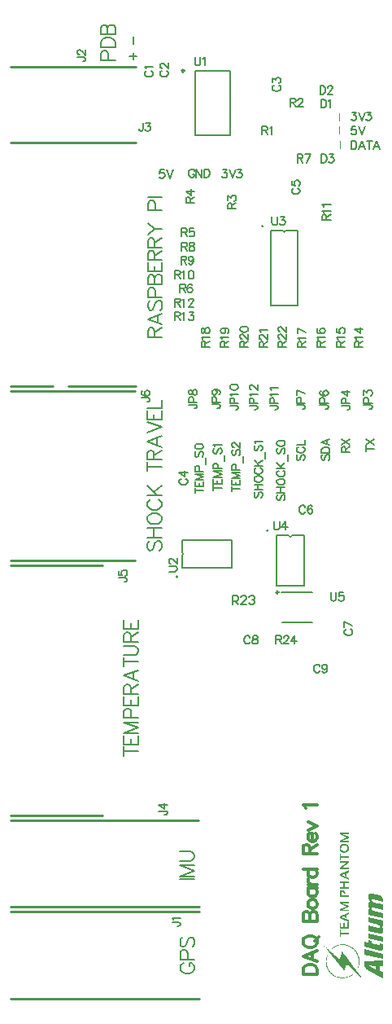
<source format=gto>
G04*
G04 #@! TF.GenerationSoftware,Altium Limited,Altium Designer,20.2.6 (244)*
G04*
G04 Layer_Color=65535*
%FSLAX25Y25*%
%MOIN*%
G70*
G04*
G04 #@! TF.SameCoordinates,D2CA1042-FCDB-4722-9DB7-4357A502210D*
G04*
G04*
G04 #@! TF.FilePolarity,Positive*
G04*
G01*
G75*
%ADD10C,0.00787*%
%ADD11C,0.00984*%
%ADD12C,0.01000*%
%ADD13C,0.00197*%
%ADD14C,0.00800*%
%ADD15C,0.01181*%
%ADD16C,0.00620*%
G36*
X149833Y75215D02*
X149957Y75200D01*
X150066Y75179D01*
X150146Y75164D01*
X150183Y75157D01*
X150205D01*
X150219Y75150D01*
X150226D01*
X153529Y74318D01*
X153689Y74260D01*
X153835Y74187D01*
X153966Y74100D01*
X154076Y74005D01*
X154163Y73918D01*
X154229Y73845D01*
X154251Y73815D01*
X154265Y73801D01*
X154272Y73786D01*
X154280Y73779D01*
X154382Y73619D01*
X154455Y73458D01*
X154506Y73298D01*
X154542Y73159D01*
X154564Y73035D01*
X154571Y72984D01*
Y72941D01*
X154579Y72904D01*
Y71898D01*
X150766Y72853D01*
X150642Y72882D01*
X150540Y72890D01*
X150452D01*
X150380Y72882D01*
X150329Y72868D01*
X150285Y72853D01*
X150263Y72846D01*
X150256Y72839D01*
X150197Y72795D01*
X150161Y72729D01*
X150132Y72664D01*
X150110Y72591D01*
X150095Y72525D01*
X150088Y72474D01*
Y72423D01*
X150095Y72306D01*
X150117Y72204D01*
X150139Y72110D01*
X150168Y72037D01*
X150205Y71971D01*
X150226Y71927D01*
X150248Y71898D01*
X150256Y71891D01*
X150329Y71818D01*
X150409Y71760D01*
X150489Y71709D01*
X150576Y71672D01*
X150649Y71636D01*
X150708Y71614D01*
X150751Y71607D01*
X150759Y71599D01*
X150766D01*
X154579Y70644D01*
Y68494D01*
X150773Y69441D01*
X150649Y69471D01*
X150547Y69485D01*
X150452D01*
X150380Y69478D01*
X150329Y69463D01*
X150285Y69449D01*
X150263Y69441D01*
X150256Y69434D01*
X150197Y69383D01*
X150161Y69325D01*
X150132Y69252D01*
X150110Y69179D01*
X150095Y69113D01*
X150088Y69062D01*
Y69011D01*
X150095Y68902D01*
X150117Y68800D01*
X150139Y68713D01*
X150168Y68639D01*
X150205Y68581D01*
X150226Y68537D01*
X150248Y68508D01*
X150256Y68501D01*
X150329Y68428D01*
X150409Y68370D01*
X150489Y68319D01*
X150576Y68282D01*
X150649Y68253D01*
X150708Y68231D01*
X150751Y68224D01*
X150759Y68217D01*
X150766D01*
X154579Y67254D01*
Y65104D01*
X148805Y66547D01*
Y68720D01*
X149505Y68552D01*
Y68574D01*
X149352Y68705D01*
X149221Y68836D01*
X149111Y68975D01*
X149024Y69099D01*
X148951Y69208D01*
X148922Y69252D01*
X148900Y69288D01*
X148885Y69325D01*
X148871Y69347D01*
X148863Y69361D01*
Y69369D01*
X148790Y69543D01*
X148739Y69726D01*
X148696Y69901D01*
X148674Y70068D01*
X148659Y70141D01*
Y70207D01*
X148652Y70265D01*
X148645Y70316D01*
Y70542D01*
X148652Y70659D01*
X148659Y70761D01*
X148674Y70848D01*
X148681Y70921D01*
X148696Y70972D01*
X148703Y71001D01*
Y71016D01*
X148725Y71111D01*
X148747Y71191D01*
X148776Y71264D01*
X148805Y71330D01*
X148827Y71381D01*
X148849Y71417D01*
X148856Y71439D01*
X148863Y71446D01*
X148907Y71504D01*
X148958Y71556D01*
X149002Y71607D01*
X149046Y71643D01*
X149089Y71672D01*
X149118Y71694D01*
X149140Y71701D01*
X149148Y71709D01*
X149279Y71774D01*
X149344Y71803D01*
X149410Y71825D01*
X149461Y71840D01*
X149505Y71854D01*
X149534Y71862D01*
X149541D01*
X149454Y71935D01*
X149374Y72008D01*
X149301Y72073D01*
X149235Y72139D01*
X149184Y72197D01*
X149148Y72241D01*
X149126Y72270D01*
X149118Y72277D01*
X149053Y72365D01*
X149002Y72452D01*
X148958Y72532D01*
X148914Y72605D01*
X148885Y72671D01*
X148863Y72722D01*
X148856Y72751D01*
X148849Y72766D01*
X148783Y72948D01*
X148754Y73028D01*
X148732Y73108D01*
X148717Y73167D01*
X148703Y73218D01*
X148696Y73254D01*
Y73261D01*
X148666Y73444D01*
X148659Y73531D01*
X148652Y73611D01*
X148645Y73677D01*
Y73910D01*
X148659Y74034D01*
X148666Y74151D01*
X148681Y74253D01*
X148696Y74333D01*
X148710Y74391D01*
X148717Y74428D01*
X148725Y74442D01*
X148754Y74552D01*
X148790Y74647D01*
X148834Y74741D01*
X148871Y74814D01*
X148907Y74872D01*
X148936Y74923D01*
X148958Y74953D01*
X148965Y74960D01*
X149038Y75026D01*
X149118Y75084D01*
X149199Y75128D01*
X149272Y75157D01*
X149344Y75179D01*
X149403Y75200D01*
X149439Y75208D01*
X149446D01*
X149454D01*
X149578Y75222D01*
X149709D01*
X149833Y75215D01*
D02*
G37*
G36*
X154586Y64040D02*
Y61896D01*
X153893Y62064D01*
Y62035D01*
X154039Y61904D01*
X154163Y61772D01*
X154272Y61641D01*
X154360Y61517D01*
X154426Y61408D01*
X154455Y61364D01*
X154476Y61328D01*
X154491Y61291D01*
X154506Y61269D01*
X154513Y61255D01*
Y61247D01*
X154586Y61072D01*
X154637Y60898D01*
X154673Y60723D01*
X154695Y60562D01*
X154710Y60489D01*
Y60424D01*
X154717Y60358D01*
X154724Y60314D01*
Y60074D01*
X154717Y59950D01*
X154702Y59833D01*
X154688Y59738D01*
X154673Y59658D01*
X154666Y59600D01*
X154651Y59563D01*
Y59549D01*
X154615Y59447D01*
X154579Y59352D01*
X154535Y59272D01*
X154491Y59199D01*
X154455Y59148D01*
X154426Y59104D01*
X154404Y59075D01*
X154396Y59068D01*
X154331Y58995D01*
X154258Y58929D01*
X154185Y58886D01*
X154112Y58849D01*
X154039Y58820D01*
X153988Y58805D01*
X153952Y58791D01*
X153937D01*
X153813Y58776D01*
X153689D01*
X153565Y58784D01*
X153441Y58798D01*
X153339Y58820D01*
X153252Y58834D01*
X153223Y58842D01*
X153201D01*
X153186Y58849D01*
X153179D01*
X148805Y59943D01*
Y62093D01*
X152625Y61138D01*
X152749Y61116D01*
X152851Y61102D01*
X152938D01*
X153011Y61116D01*
X153070Y61124D01*
X153106Y61138D01*
X153135Y61145D01*
X153142Y61153D01*
X153201Y61204D01*
X153244Y61262D01*
X153274Y61328D01*
X153296Y61401D01*
X153310Y61459D01*
X153317Y61510D01*
Y61561D01*
X153310Y61678D01*
X153288Y61780D01*
X153259Y61867D01*
X153230Y61940D01*
X153201Y61998D01*
X153172Y62042D01*
X153150Y62071D01*
X153142Y62078D01*
X153070Y62151D01*
X152989Y62210D01*
X152902Y62261D01*
X152814Y62305D01*
X152742Y62334D01*
X152683Y62356D01*
X152639Y62363D01*
X152632Y62370D01*
X152625D01*
X148805Y63332D01*
Y65483D01*
X154586Y64040D01*
D02*
G37*
G36*
Y57515D02*
Y55365D01*
X148805Y56808D01*
Y58966D01*
X154586Y57515D01*
D02*
G37*
G36*
X150102Y55692D02*
Y54789D01*
X152851Y54103D01*
X152931Y54089D01*
X153004D01*
X153062D01*
X153113Y54103D01*
X153150Y54118D01*
X153179Y54132D01*
X153193Y54140D01*
X153201Y54147D01*
X153237Y54198D01*
X153266Y54249D01*
X153281Y54315D01*
X153296Y54380D01*
X153303Y54439D01*
Y54891D01*
X154586Y54570D01*
X154593Y54446D01*
X154601Y54329D01*
X154608Y54227D01*
X154615Y54132D01*
Y54052D01*
X154622Y53987D01*
Y53936D01*
X154630Y53826D01*
Y53615D01*
X154637Y53527D01*
Y53170D01*
X154630Y53010D01*
X154622Y52871D01*
X154608Y52747D01*
X154601Y52653D01*
X154586Y52580D01*
X154579Y52536D01*
Y52521D01*
X154550Y52405D01*
X154520Y52303D01*
X154484Y52215D01*
X154455Y52142D01*
X154426Y52084D01*
X154404Y52047D01*
X154389Y52018D01*
X154382Y52011D01*
X154323Y51946D01*
X154258Y51894D01*
X154185Y51851D01*
X154119Y51822D01*
X154054Y51800D01*
X154003Y51785D01*
X153966Y51778D01*
X153952D01*
X153835Y51771D01*
X153704Y51778D01*
X153580Y51792D01*
X153456Y51814D01*
X153347Y51829D01*
X153266Y51851D01*
X153230Y51858D01*
X153208D01*
X153193Y51865D01*
X153186D01*
X147041Y53418D01*
Y55576D01*
X148805Y55109D01*
Y56013D01*
X150102Y55692D01*
D02*
G37*
G36*
X154586Y50488D02*
Y48330D01*
X146961Y50247D01*
Y52397D01*
X154586Y50488D01*
D02*
G37*
G36*
Y45392D02*
X153259Y45465D01*
Y43613D01*
X154579Y43030D01*
X154586Y40551D01*
X148477Y43824D01*
X148353Y43897D01*
X148244Y43977D01*
X148134Y44058D01*
X148047Y44123D01*
X147974Y44189D01*
X147916Y44233D01*
X147886Y44262D01*
X147872Y44276D01*
X147770Y44378D01*
X147682Y44480D01*
X147602Y44575D01*
X147529Y44663D01*
X147478Y44743D01*
X147434Y44801D01*
X147405Y44838D01*
X147398Y44852D01*
X147325Y44976D01*
X147267Y45093D01*
X147208Y45210D01*
X147165Y45319D01*
X147128Y45406D01*
X147106Y45479D01*
X147099Y45501D01*
X147092Y45523D01*
X147084Y45530D01*
Y45537D01*
X147048Y45676D01*
X147019Y45815D01*
X146997Y45946D01*
X146982Y46062D01*
X146968Y46165D01*
Y46245D01*
X146961Y46274D01*
Y47593D01*
X154586Y47878D01*
Y45392D01*
D02*
G37*
G36*
X140610Y99484D02*
X138015D01*
X140610Y98478D01*
Y97894D01*
X138015Y96874D01*
X140610D01*
Y96232D01*
X136892D01*
Y96947D01*
X139706Y98201D01*
X136892Y99440D01*
Y100125D01*
X140610D01*
Y99484D01*
D02*
G37*
G36*
X139079Y95561D02*
X139283Y95532D01*
X139517Y95474D01*
X139750Y95401D01*
X139969Y95284D01*
X140173Y95124D01*
X140187Y95109D01*
X140246Y95037D01*
X140319Y94935D01*
X140406Y94774D01*
X140493Y94585D01*
X140566Y94351D01*
X140625Y94074D01*
X140639Y93754D01*
Y93666D01*
X140625Y93608D01*
X140610Y93447D01*
X140581Y93243D01*
X140523Y93025D01*
X140435Y92806D01*
X140333Y92587D01*
X140173Y92383D01*
X140144Y92369D01*
X140085Y92310D01*
X139969Y92237D01*
X139808Y92150D01*
X139619Y92062D01*
X139371Y91975D01*
X139094Y91917D01*
X138758Y91887D01*
X138744D01*
X138715D01*
X138671D01*
X138598Y91902D01*
X138438Y91917D01*
X138233Y91946D01*
X138000Y92004D01*
X137767Y92092D01*
X137548Y92194D01*
X137359Y92354D01*
X137344Y92383D01*
X137286Y92441D01*
X137213Y92558D01*
X137111Y92704D01*
X137023Y92908D01*
X136951Y93141D01*
X136892Y93433D01*
X136878Y93754D01*
Y93899D01*
X136907Y94060D01*
X136936Y94264D01*
X136994Y94483D01*
X137082Y94716D01*
X137198Y94935D01*
X137359Y95124D01*
X137373Y95139D01*
X137446Y95197D01*
X137548Y95270D01*
X137709Y95357D01*
X137898Y95445D01*
X138146Y95518D01*
X138423Y95576D01*
X138758Y95591D01*
X138773D01*
X138802D01*
X138846D01*
X138904D01*
X139079Y95561D01*
D02*
G37*
G36*
X137490Y90575D02*
X140610D01*
Y89875D01*
X137490D01*
Y88811D01*
X136892D01*
Y91625D01*
X137490D01*
Y90575D01*
D02*
G37*
G36*
X140610Y87747D02*
X137855Y85778D01*
X140610D01*
Y85108D01*
X136892D01*
Y85808D01*
X139604Y87761D01*
X136892D01*
Y88417D01*
X140610D01*
Y87747D01*
D02*
G37*
G36*
Y83927D02*
X139604Y83504D01*
Y82265D01*
X139006Y82512D01*
Y83256D01*
X137607Y82673D01*
X140610Y81448D01*
Y80748D01*
X136892Y82308D01*
Y83052D01*
X140610Y84670D01*
Y83927D01*
D02*
G37*
G36*
Y79611D02*
X139035D01*
Y77774D01*
X140610D01*
Y77089D01*
X136892D01*
Y77774D01*
X138438D01*
Y79611D01*
X136892D01*
Y80282D01*
X140610D01*
Y79611D01*
D02*
G37*
G36*
X138146Y76622D02*
X138263Y76593D01*
X138409Y76535D01*
X138569Y76476D01*
X138715Y76374D01*
X138860Y76243D01*
X138875Y76228D01*
X138919Y76170D01*
X138977Y76083D01*
X139050Y75951D01*
X139123Y75791D01*
X139196Y75587D01*
X139269Y75354D01*
X139313Y75077D01*
X138715Y74975D01*
Y74989D01*
X138700Y75047D01*
X138671Y75135D01*
X138642Y75237D01*
X138554Y75470D01*
X138496Y75572D01*
X138438Y75674D01*
X138423Y75689D01*
X138409Y75718D01*
X138365Y75747D01*
X138306Y75806D01*
X138161Y75879D01*
X138073Y75908D01*
X137971Y75922D01*
X137957D01*
X137927D01*
X137840Y75908D01*
X137738Y75879D01*
X137636Y75806D01*
X137621Y75791D01*
X137577Y75718D01*
X137534Y75616D01*
X137519Y75456D01*
Y74523D01*
X140610D01*
Y73837D01*
X136892D01*
Y75587D01*
X136907Y75689D01*
X136921Y75820D01*
X136951Y75951D01*
X137009Y76097D01*
X137067Y76228D01*
X137155Y76345D01*
X137169Y76360D01*
X137198Y76389D01*
X137271Y76433D01*
X137344Y76491D01*
X137461Y76549D01*
X137592Y76593D01*
X137752Y76622D01*
X137942Y76637D01*
X137971D01*
X138029D01*
X138146Y76622D01*
D02*
G37*
G36*
X140610Y71257D02*
X138015D01*
X140610Y70236D01*
Y69653D01*
X138015Y68632D01*
X140610D01*
Y67991D01*
X136892D01*
Y68720D01*
X139706Y69959D01*
X136892Y71198D01*
Y71884D01*
X140610D01*
Y71257D01*
D02*
G37*
G36*
Y66810D02*
X139604Y66387D01*
Y65148D01*
X139006Y65381D01*
Y66139D01*
X137607Y65556D01*
X140610Y64317D01*
Y63631D01*
X136892Y65191D01*
Y65935D01*
X140610Y67553D01*
Y66810D01*
D02*
G37*
G36*
Y60745D02*
X136892D01*
Y63281D01*
X137490D01*
Y61415D01*
X138423D01*
Y63179D01*
X139035D01*
Y61415D01*
X140012D01*
Y63311D01*
X140610D01*
Y60745D01*
D02*
G37*
G36*
X137490Y59272D02*
X140610D01*
Y58601D01*
X137490D01*
Y57537D01*
X136892D01*
Y60351D01*
X137490D01*
Y59272D01*
D02*
G37*
G36*
X138481Y54402D02*
X138831Y54373D01*
X139225Y54329D01*
X139648Y54242D01*
X140071Y54140D01*
X140085D01*
X140114Y54125D01*
X140187Y54111D01*
X140260Y54081D01*
X140362Y54038D01*
X140479Y53994D01*
X140610Y53950D01*
X140756Y53892D01*
X141077Y53746D01*
X141441Y53557D01*
X141806Y53352D01*
X142170Y53105D01*
X142185Y53090D01*
X142214Y53075D01*
X142258Y53032D01*
X142331Y52988D01*
X142403Y52915D01*
X142506Y52842D01*
X142724Y52638D01*
X142987Y52405D01*
X143264Y52113D01*
X143541Y51792D01*
X143803Y51442D01*
X143818Y51428D01*
X143832Y51399D01*
X143861Y51340D01*
X143920Y51267D01*
X143978Y51180D01*
X144036Y51078D01*
X144109Y50947D01*
X144182Y50815D01*
X144343Y50495D01*
X144503Y50145D01*
X144663Y49751D01*
X144794Y49328D01*
Y49314D01*
X144809Y49255D01*
X144838Y49168D01*
X144867Y49051D01*
X144897Y48906D01*
X144926Y48745D01*
X144984Y48410D01*
Y48395D01*
X144999Y48337D01*
Y48235D01*
X145013Y48118D01*
X145028Y47987D01*
Y47827D01*
X145042Y47477D01*
Y47360D01*
X145028Y47229D01*
Y47054D01*
X145013Y46850D01*
X144984Y46617D01*
X144955Y46383D01*
X144911Y46121D01*
Y46092D01*
X144882Y46004D01*
X144853Y45873D01*
X144809Y45698D01*
X144751Y45494D01*
X144678Y45275D01*
X144503Y44809D01*
X144226Y44925D01*
Y44940D01*
X144240Y44969D01*
X144270Y45027D01*
X144299Y45115D01*
X144328Y45217D01*
X144372Y45319D01*
X144415Y45450D01*
X144459Y45610D01*
X144547Y45931D01*
X144634Y46310D01*
X144693Y46704D01*
X144736Y47112D01*
Y47652D01*
X144722Y47812D01*
X144707Y48133D01*
X144663Y48497D01*
X144590Y48891D01*
X144503Y49285D01*
Y49299D01*
X144488Y49328D01*
X144474Y49387D01*
X144445Y49460D01*
X144415Y49562D01*
X144372Y49664D01*
X144270Y49926D01*
X144138Y50232D01*
X143978Y50568D01*
X143789Y50918D01*
X143570Y51267D01*
X143555Y51282D01*
X143541Y51311D01*
X143511Y51355D01*
X143453Y51428D01*
X143395Y51501D01*
X143322Y51588D01*
X143132Y51807D01*
X142899Y52069D01*
X142637Y52332D01*
X142331Y52609D01*
X141981Y52871D01*
X141966Y52886D01*
X141937Y52900D01*
X141893Y52930D01*
X141820Y52988D01*
X141733Y53032D01*
X141631Y53105D01*
X141514Y53177D01*
X141383Y53250D01*
X141077Y53411D01*
X140727Y53571D01*
X140348Y53732D01*
X139954Y53863D01*
X139939D01*
X139910Y53877D01*
X139852Y53892D01*
X139764Y53907D01*
X139677Y53936D01*
X139560Y53950D01*
X139429Y53979D01*
X139283Y54009D01*
X138948Y54052D01*
X138584Y54096D01*
X138204Y54111D01*
X137796D01*
X137782D01*
X137752D01*
X137694D01*
X137607Y54096D01*
X137519Y54081D01*
X137402D01*
X137271Y54052D01*
X137126Y54038D01*
X136805Y53979D01*
X136440Y53892D01*
X136061Y53790D01*
X135668Y53644D01*
X135653D01*
X135624Y53629D01*
X135565Y53600D01*
X135493Y53571D01*
X135390Y53527D01*
X135288Y53469D01*
X135026Y53338D01*
X134734Y53177D01*
X134414Y52973D01*
X134078Y52740D01*
X133743Y52463D01*
X133539Y52696D01*
X133553Y52711D01*
X133582Y52725D01*
X133626Y52769D01*
X133685Y52828D01*
X133772Y52886D01*
X133874Y52959D01*
X133976Y53046D01*
X134107Y53134D01*
X134399Y53338D01*
X134720Y53527D01*
X135099Y53732D01*
X135493Y53907D01*
X135507D01*
X135536Y53921D01*
X135595Y53950D01*
X135682Y53979D01*
X135784Y54009D01*
X135901Y54052D01*
X136032Y54096D01*
X136178Y54140D01*
X136513Y54227D01*
X136892Y54300D01*
X137300Y54373D01*
X137738Y54417D01*
X137752D01*
X137796D01*
X137855D01*
X137942D01*
X138044D01*
X138175D01*
X138321D01*
X138481Y54402D01*
D02*
G37*
G36*
X130521Y53921D02*
X130535Y53907D01*
X130579Y53863D01*
X130637Y53819D01*
X130798Y53673D01*
X131002Y53498D01*
X131235Y53280D01*
X131512Y53046D01*
X131789Y52784D01*
X132095Y52521D01*
X132110Y52507D01*
X132124Y52492D01*
X132168Y52448D01*
X132227Y52405D01*
X132387Y52259D01*
X132591Y52069D01*
X132839Y51865D01*
X133116Y51617D01*
X133393Y51355D01*
X133699Y51092D01*
X133714Y51078D01*
X133728Y51063D01*
X133772Y51020D01*
X133830Y50976D01*
X133991Y50830D01*
X134195Y50640D01*
X134443Y50422D01*
X134720Y50189D01*
X135011Y49926D01*
X135318Y49649D01*
X135332Y49635D01*
X135347Y49620D01*
X135390Y49576D01*
X135449Y49532D01*
X135609Y49387D01*
X135813Y49197D01*
X136061Y48978D01*
X136338Y48745D01*
X136615Y48483D01*
X136921Y48206D01*
Y48220D01*
X136936Y48249D01*
X136951Y48293D01*
X136965Y48351D01*
X136980Y48424D01*
X137009Y48512D01*
X137067Y48731D01*
X137140Y48993D01*
X137213Y49270D01*
X137300Y49576D01*
X137388Y49897D01*
Y49911D01*
X137402Y49941D01*
Y49984D01*
X137432Y50043D01*
X137446Y50116D01*
X137475Y50203D01*
X137519Y50422D01*
X137592Y50684D01*
X137665Y50976D01*
X137752Y51282D01*
X137840Y51603D01*
X137855Y51588D01*
X137884Y51544D01*
X137942Y51472D01*
X138015Y51370D01*
X138102Y51238D01*
X138219Y51092D01*
X138336Y50932D01*
X138481Y50743D01*
X138627Y50538D01*
X138788Y50320D01*
X139137Y49853D01*
X139517Y49358D01*
X139910Y48847D01*
X139925Y48833D01*
X139954Y48789D01*
X140012Y48716D01*
X140085Y48614D01*
X140187Y48483D01*
X140289Y48337D01*
X140420Y48177D01*
X140552Y47987D01*
X140712Y47797D01*
X140873Y47579D01*
X141222Y47112D01*
X141587Y46617D01*
X141981Y46106D01*
X141995Y46092D01*
X142024Y46048D01*
X142083Y45975D01*
X142156Y45873D01*
X142243Y45756D01*
X142360Y45610D01*
X142476Y45436D01*
X142622Y45261D01*
X142768Y45056D01*
X142928Y44852D01*
X143278Y44386D01*
X143643Y43890D01*
X144022Y43380D01*
X144036Y43365D01*
X144065Y43321D01*
X144124Y43249D01*
X144197Y43146D01*
X144284Y43015D01*
X144401Y42869D01*
X144518Y42709D01*
X144663Y42520D01*
X144809Y42330D01*
X144969Y42111D01*
X145319Y41645D01*
X145684Y41164D01*
X146063Y40653D01*
X146048Y40639D01*
X146019Y40624D01*
X146005D01*
X145990D01*
X145975Y40639D01*
X145961Y40653D01*
X145917Y40697D01*
X145859Y40755D01*
X145698Y40887D01*
X145494Y41076D01*
X145261Y41295D01*
X144999Y41543D01*
X144722Y41805D01*
X144430Y42082D01*
X144415Y42097D01*
X144401Y42111D01*
X144357Y42155D01*
X144299Y42213D01*
X144138Y42344D01*
X143934Y42534D01*
X143701Y42753D01*
X143439Y43001D01*
X143162Y43263D01*
X142870Y43540D01*
X142855Y43555D01*
X142841Y43569D01*
X142797Y43613D01*
X142739Y43671D01*
X142578Y43817D01*
X142374Y44007D01*
X142141Y44225D01*
X141864Y44488D01*
X141572Y44750D01*
X141281Y45027D01*
X141266Y45042D01*
X141252Y45056D01*
X141208Y45100D01*
X141149Y45158D01*
X140989Y45304D01*
X140785Y45479D01*
X140552Y45713D01*
X140275Y45960D01*
X139983Y46223D01*
X139691Y46500D01*
Y46485D01*
X139677Y46471D01*
X139648Y46383D01*
X139604Y46237D01*
X139546Y46062D01*
X139473Y45844D01*
X139385Y45610D01*
X139313Y45363D01*
X139225Y45100D01*
Y45086D01*
X139210Y45071D01*
X139181Y44984D01*
X139137Y44852D01*
X139079Y44663D01*
X139006Y44459D01*
X138919Y44225D01*
X138831Y43963D01*
X138744Y43701D01*
X138729Y43715D01*
X138700Y43759D01*
X138642Y43832D01*
X138569Y43919D01*
X138467Y44036D01*
X138350Y44182D01*
X138233Y44342D01*
X138088Y44502D01*
X137927Y44692D01*
X137767Y44896D01*
X137417Y45333D01*
X137038Y45785D01*
X136644Y46266D01*
X136630Y46281D01*
X136601Y46325D01*
X136542Y46398D01*
X136469Y46485D01*
X136367Y46602D01*
X136265Y46733D01*
X136134Y46894D01*
X136003Y47068D01*
X135842Y47258D01*
X135682Y47447D01*
X135332Y47885D01*
X134953Y48351D01*
X134574Y48818D01*
X134559Y48833D01*
X134530Y48876D01*
X134472Y48949D01*
X134399Y49037D01*
X134297Y49153D01*
X134180Y49285D01*
X134064Y49445D01*
X133918Y49620D01*
X133772Y49810D01*
X133597Y49999D01*
X133247Y50436D01*
X132868Y50903D01*
X132489Y51370D01*
X132474Y51384D01*
X132445Y51428D01*
X132387Y51501D01*
X132314Y51588D01*
X132212Y51705D01*
X132110Y51836D01*
X131979Y51996D01*
X131848Y52157D01*
X131687Y52346D01*
X131527Y52551D01*
X131177Y52973D01*
X130798Y53440D01*
X130419Y53907D01*
X130433Y53921D01*
X130462D01*
X130477Y53936D01*
X130506D01*
X130521Y53921D01*
D02*
G37*
G36*
X131935Y49882D02*
Y49868D01*
X131920Y49839D01*
X131891Y49780D01*
X131877Y49693D01*
X131833Y49605D01*
X131804Y49489D01*
X131760Y49358D01*
X131731Y49212D01*
X131643Y48891D01*
X131570Y48526D01*
X131527Y48133D01*
X131498Y47725D01*
Y47331D01*
X131512Y47200D01*
Y47054D01*
X131541Y46718D01*
X131585Y46369D01*
X131658Y45990D01*
X131760Y45596D01*
Y45581D01*
X131775Y45552D01*
X131789Y45494D01*
X131818Y45421D01*
X131848Y45333D01*
X131891Y45231D01*
X131993Y44969D01*
X132124Y44677D01*
X132285Y44357D01*
X132474Y44021D01*
X132693Y43671D01*
Y43657D01*
X132722Y43628D01*
X132752Y43584D01*
X132810Y43525D01*
X132941Y43350D01*
X133131Y43146D01*
X133349Y42899D01*
X133626Y42636D01*
X133918Y42374D01*
X134253Y42111D01*
X134268D01*
X134297Y42082D01*
X134341Y42053D01*
X134414Y42009D01*
X134501Y41951D01*
X134589Y41892D01*
X134705Y41820D01*
X134836Y41747D01*
X135128Y41586D01*
X135463Y41426D01*
X135828Y41266D01*
X136222Y41134D01*
X136236D01*
X136265Y41120D01*
X136324Y41105D01*
X136411Y41091D01*
X136498Y41061D01*
X136615Y41032D01*
X136746Y41018D01*
X136892Y40989D01*
X137213Y40930D01*
X137563Y40887D01*
X137957Y40857D01*
X138350D01*
X138365D01*
X138394D01*
X138452D01*
X138525Y40872D01*
X138627Y40887D01*
X138744D01*
X138875Y40901D01*
X139006Y40930D01*
X139327Y40974D01*
X139691Y41061D01*
X140056Y41149D01*
X140450Y41280D01*
X140464D01*
X140493Y41295D01*
X140552Y41324D01*
X140625Y41353D01*
X140712Y41397D01*
X140829Y41441D01*
X141077Y41572D01*
X141368Y41718D01*
X141689Y41907D01*
X142024Y42140D01*
X142360Y42388D01*
X142535Y42140D01*
X142549D01*
X142535Y42126D01*
X142506Y42111D01*
X142462Y42068D01*
X142389Y42024D01*
X142301Y41951D01*
X142199Y41878D01*
X142083Y41805D01*
X141951Y41718D01*
X141660Y41528D01*
X141324Y41339D01*
X140945Y41149D01*
X140552Y40989D01*
X140537D01*
X140508Y40974D01*
X140450Y40959D01*
X140362Y40930D01*
X140275Y40901D01*
X140158Y40857D01*
X140027Y40828D01*
X139881Y40784D01*
X139546Y40712D01*
X139181Y40639D01*
X138788Y40580D01*
X138365Y40551D01*
X138350D01*
X138321D01*
X138248D01*
X138175D01*
X138073D01*
X137957Y40566D01*
X137811D01*
X137665Y40580D01*
X137330Y40609D01*
X136951Y40668D01*
X136542Y40741D01*
X136134Y40843D01*
X136119D01*
X136090Y40857D01*
X136032Y40872D01*
X135944Y40901D01*
X135857Y40945D01*
X135740Y40974D01*
X135609Y41032D01*
X135463Y41091D01*
X135143Y41236D01*
X134793Y41397D01*
X134428Y41616D01*
X134064Y41849D01*
X134049Y41863D01*
X134020Y41878D01*
X133976Y41922D01*
X133903Y41980D01*
X133816Y42038D01*
X133728Y42126D01*
X133495Y42315D01*
X133247Y42563D01*
X132985Y42840D01*
X132708Y43161D01*
X132460Y43496D01*
X132445Y43511D01*
X132431Y43540D01*
X132402Y43598D01*
X132343Y43657D01*
X132299Y43744D01*
X132227Y43846D01*
X132154Y43977D01*
X132081Y44109D01*
X131920Y44400D01*
X131760Y44750D01*
X131600Y45115D01*
X131468Y45508D01*
Y45523D01*
X131454Y45552D01*
X131439Y45610D01*
X131425Y45698D01*
X131395Y45800D01*
X131366Y45917D01*
X131337Y46048D01*
X131308Y46194D01*
X131250Y46529D01*
X131206Y46908D01*
X131177Y47316D01*
Y47856D01*
X131191Y47929D01*
X131206Y48031D01*
Y48162D01*
X131235Y48293D01*
X131250Y48454D01*
X131308Y48789D01*
X131395Y49168D01*
X131512Y49576D01*
X131658Y49984D01*
X131935Y49882D01*
D02*
G37*
%LPC*%
G36*
X148623Y45727D02*
X151801Y44254D01*
Y45545D01*
X148623Y45727D01*
D02*
G37*
G36*
X138744Y94876D02*
X138729D01*
X138715D01*
X138642D01*
X138525Y94862D01*
X138394Y94847D01*
X138233Y94803D01*
X138073Y94760D01*
X137927Y94687D01*
X137796Y94585D01*
X137782Y94570D01*
X137738Y94526D01*
X137694Y94468D01*
X137621Y94380D01*
X137563Y94264D01*
X137519Y94118D01*
X137475Y93943D01*
X137461Y93754D01*
Y93651D01*
X137475Y93550D01*
X137504Y93433D01*
X137548Y93287D01*
X137607Y93141D01*
X137680Y92995D01*
X137796Y92879D01*
X137811Y92864D01*
X137855Y92835D01*
X137927Y92791D01*
X138029Y92748D01*
X138175Y92689D01*
X138336Y92646D01*
X138525Y92616D01*
X138744Y92602D01*
X138773D01*
X138846D01*
X138962Y92616D01*
X139108Y92631D01*
X139254Y92675D01*
X139415Y92718D01*
X139575Y92791D01*
X139706Y92879D01*
X139721Y92893D01*
X139750Y92937D01*
X139808Y92995D01*
X139866Y93098D01*
X139925Y93214D01*
X139983Y93375D01*
X140012Y93550D01*
X140027Y93754D01*
Y93841D01*
X140012Y93943D01*
X139983Y94060D01*
X139954Y94206D01*
X139896Y94337D01*
X139808Y94468D01*
X139706Y94585D01*
X139691Y94599D01*
X139648Y94628D01*
X139575Y94672D01*
X139458Y94731D01*
X139327Y94789D01*
X139167Y94832D01*
X138962Y94862D01*
X138744Y94876D01*
D02*
G37*
%LPD*%
D10*
X107602Y223740D02*
G03*
X107602Y223740I-315J0D01*
G01*
X116014Y221693D02*
G03*
X117293Y221693I640J0D01*
G01*
X105547Y348232D02*
G03*
X105547Y348232I-315J0D01*
G01*
X113494Y346378D02*
G03*
X114774Y346378I640J0D01*
G01*
X70571Y204748D02*
G03*
X70571Y204748I-315J0D01*
G01*
X72303Y213474D02*
G03*
X72303Y214754I0J640D01*
G01*
X111083Y201220D02*
Y221693D01*
Y201220D02*
X122224D01*
Y221693D01*
X117293D02*
X122224D01*
X111083D02*
X116014D01*
X113110Y198465D02*
X125512D01*
X113307Y186260D02*
X125512D01*
X108563Y346378D02*
X113494D01*
X114774D02*
X119705D01*
Y315669D02*
Y346378D01*
X108563Y315669D02*
X119705D01*
X108563D02*
Y346378D01*
X77520Y385512D02*
X92087D01*
X77520Y411890D02*
X92087D01*
Y385512D02*
Y411890D01*
X77520Y385512D02*
Y411890D01*
X72303Y208543D02*
X92776D01*
Y219685D01*
X72303D02*
X92776D01*
X72303Y214754D02*
Y219685D01*
Y208543D02*
Y213474D01*
D11*
X111831Y198465D02*
G03*
X111831Y198465I-492J0D01*
G01*
X73189Y411890D02*
G03*
X73189Y411890I-492J0D01*
G01*
D12*
X2047Y67716D02*
X66220D01*
Y32283D02*
X79331D01*
X66220Y67716D02*
X79213D01*
X66181Y105118D02*
X79173D01*
X66181Y69685D02*
X79291D01*
X2047Y32283D02*
X66220D01*
X2008Y69685D02*
X66181D01*
X2047Y105118D02*
X66181D01*
X2008Y107087D02*
X39685D01*
X2008Y209449D02*
X39646D01*
X2008Y413583D02*
X53504D01*
X2047Y382598D02*
X53504D01*
X2008Y282638D02*
X19370D01*
X25709Y282677D02*
X53504D01*
X2047Y280669D02*
X52874D01*
X2008Y211457D02*
X52874D01*
D13*
X137067Y380138D02*
Y383090D01*
X136752Y386083D02*
Y389035D01*
X136713Y391595D02*
Y394547D01*
D14*
X58864Y219461D02*
X58301Y218898D01*
X58020Y218055D01*
Y216930D01*
X58301Y216087D01*
X58864Y215524D01*
X59426D01*
X59988Y215806D01*
X60269Y216087D01*
X60550Y216649D01*
X61113Y218336D01*
X61394Y218898D01*
X61675Y219179D01*
X62238Y219461D01*
X63081D01*
X63643Y218898D01*
X63924Y218055D01*
Y216930D01*
X63643Y216087D01*
X63081Y215524D01*
X58020Y220782D02*
X63924D01*
X58020Y224718D02*
X63924D01*
X60832Y220782D02*
Y224718D01*
X58020Y228036D02*
X58301Y227473D01*
X58864Y226911D01*
X59426Y226630D01*
X60269Y226349D01*
X61675D01*
X62519Y226630D01*
X63081Y226911D01*
X63643Y227473D01*
X63924Y228036D01*
Y229160D01*
X63643Y229723D01*
X63081Y230285D01*
X62519Y230566D01*
X61675Y230847D01*
X60269D01*
X59426Y230566D01*
X58864Y230285D01*
X58301Y229723D01*
X58020Y229160D01*
Y228036D01*
X59426Y236442D02*
X58864Y236161D01*
X58301Y235599D01*
X58020Y235036D01*
Y233912D01*
X58301Y233350D01*
X58864Y232787D01*
X59426Y232506D01*
X60269Y232225D01*
X61675D01*
X62519Y232506D01*
X63081Y232787D01*
X63643Y233350D01*
X63924Y233912D01*
Y235036D01*
X63643Y235599D01*
X63081Y236161D01*
X62519Y236442D01*
X58020Y238101D02*
X63924D01*
X58020Y242037D02*
X61956Y238101D01*
X60550Y239507D02*
X63924Y242037D01*
X58020Y249966D02*
X63924D01*
X58020Y247998D02*
Y251934D01*
Y252637D02*
X63924D01*
X58020D02*
Y255167D01*
X58301Y256011D01*
X58583Y256292D01*
X59145Y256573D01*
X59707D01*
X60269Y256292D01*
X60550Y256011D01*
X60832Y255167D01*
Y252637D01*
Y254605D02*
X63924Y256573D01*
Y262393D02*
X58020Y260144D01*
X63924Y257894D01*
X61956Y258738D02*
Y261549D01*
X58020Y263771D02*
X63924Y266020D01*
X58020Y268269D02*
X63924Y266020D01*
X58020Y272683D02*
Y269028D01*
X63924D01*
Y272683D01*
X60832Y269028D02*
Y271277D01*
X58020Y273667D02*
X63924D01*
Y277041D01*
X72930Y46750D02*
X72368Y46468D01*
X71805Y45906D01*
X71524Y45344D01*
Y44219D01*
X71805Y43657D01*
X72368Y43095D01*
X72930Y42813D01*
X73773Y42532D01*
X75179D01*
X76023Y42813D01*
X76585Y43095D01*
X77147Y43657D01*
X77428Y44219D01*
Y45344D01*
X77147Y45906D01*
X76585Y46468D01*
X76023Y46750D01*
X75179D01*
Y45344D02*
Y46750D01*
X74617Y48099D02*
Y50630D01*
X74336Y51473D01*
X74054Y51754D01*
X73492Y52035D01*
X72649D01*
X72086Y51754D01*
X71805Y51473D01*
X71524Y50630D01*
Y48099D01*
X77428D01*
X72368Y57293D02*
X71805Y56731D01*
X71524Y55887D01*
Y54763D01*
X71805Y53919D01*
X72368Y53357D01*
X72930D01*
X73492Y53638D01*
X73773Y53919D01*
X74054Y54481D01*
X74617Y56168D01*
X74898Y56731D01*
X75179Y57012D01*
X75741Y57293D01*
X76585D01*
X77147Y56731D01*
X77428Y55887D01*
Y54763D01*
X77147Y53919D01*
X76585Y53357D01*
X71327Y81036D02*
X77232D01*
X71327Y82273D02*
X77232D01*
X71327D02*
X77232Y84522D01*
X71327Y86772D02*
X77232Y84522D01*
X71327Y86772D02*
X77232D01*
X71327Y88459D02*
X75545D01*
X76388Y88740D01*
X76950Y89302D01*
X77232Y90146D01*
Y90708D01*
X76950Y91551D01*
X76388Y92114D01*
X75545Y92395D01*
X71327D01*
X48414Y133477D02*
X54318D01*
X48414Y131509D02*
Y135445D01*
Y139803D02*
Y136148D01*
X54318D01*
Y139803D01*
X51225Y136148D02*
Y138397D01*
X48414Y140787D02*
X54318D01*
X48414D02*
X54318Y143036D01*
X48414Y145285D02*
X54318Y143036D01*
X48414Y145285D02*
X54318D01*
X51507Y146972D02*
Y149503D01*
X51225Y150346D01*
X50944Y150627D01*
X50382Y150908D01*
X49538D01*
X48976Y150627D01*
X48695Y150346D01*
X48414Y149503D01*
Y146972D01*
X54318D01*
X48414Y155885D02*
Y152230D01*
X54318D01*
Y155885D01*
X51225Y152230D02*
Y154479D01*
X48414Y156869D02*
X54318D01*
X48414D02*
Y159399D01*
X48695Y160243D01*
X48976Y160524D01*
X49538Y160805D01*
X50101D01*
X50663Y160524D01*
X50944Y160243D01*
X51225Y159399D01*
Y156869D01*
Y158837D02*
X54318Y160805D01*
Y166625D02*
X48414Y164376D01*
X54318Y162126D01*
X52350Y162970D02*
Y165781D01*
X48414Y169971D02*
X54318D01*
X48414Y168002D02*
Y171939D01*
Y172642D02*
X52631D01*
X53475Y172923D01*
X54037Y173485D01*
X54318Y174328D01*
Y174891D01*
X54037Y175734D01*
X53475Y176297D01*
X52631Y176578D01*
X48414D01*
Y178208D02*
X54318D01*
X48414D02*
Y180739D01*
X48695Y181582D01*
X48976Y181863D01*
X49538Y182145D01*
X50101D01*
X50663Y181863D01*
X50944Y181582D01*
X51225Y180739D01*
Y178208D01*
Y180176D02*
X54318Y182145D01*
X48414Y187121D02*
Y183466D01*
X54318D01*
Y187121D01*
X51225Y183466D02*
Y185715D01*
X58256Y302768D02*
X64161D01*
X58256D02*
Y305299D01*
X58538Y306142D01*
X58819Y306423D01*
X59381Y306705D01*
X59943D01*
X60506Y306423D01*
X60787Y306142D01*
X61068Y305299D01*
Y302768D01*
Y304737D02*
X64161Y306705D01*
Y312525D02*
X58256Y310275D01*
X64161Y308026D01*
X62193Y308870D02*
Y311681D01*
X59100Y317838D02*
X58538Y317276D01*
X58256Y316433D01*
Y315308D01*
X58538Y314464D01*
X59100Y313902D01*
X59662D01*
X60224Y314183D01*
X60506Y314464D01*
X60787Y315027D01*
X61349Y316714D01*
X61630Y317276D01*
X61911Y317557D01*
X62474Y317838D01*
X63317D01*
X63880Y317276D01*
X64161Y316433D01*
Y315308D01*
X63880Y314464D01*
X63317Y313902D01*
X61349Y319160D02*
Y321690D01*
X61068Y322534D01*
X60787Y322815D01*
X60224Y323096D01*
X59381D01*
X58819Y322815D01*
X58538Y322534D01*
X58256Y321690D01*
Y319160D01*
X64161D01*
X58256Y324417D02*
X64161D01*
X58256D02*
Y326948D01*
X58538Y327791D01*
X58819Y328072D01*
X59381Y328354D01*
X59943D01*
X60506Y328072D01*
X60787Y327791D01*
X61068Y326948D01*
Y324417D02*
Y326948D01*
X61349Y327791D01*
X61630Y328072D01*
X62193Y328354D01*
X63036D01*
X63598Y328072D01*
X63880Y327791D01*
X64161Y326948D01*
Y324417D01*
X58256Y333330D02*
Y329675D01*
X64161D01*
Y333330D01*
X61068Y329675D02*
Y331924D01*
X58256Y334314D02*
X64161D01*
X58256D02*
Y336844D01*
X58538Y337688D01*
X58819Y337969D01*
X59381Y338250D01*
X59943D01*
X60506Y337969D01*
X60787Y337688D01*
X61068Y336844D01*
Y334314D01*
Y336282D02*
X64161Y338250D01*
X58256Y339572D02*
X64161D01*
X58256D02*
Y342102D01*
X58538Y342946D01*
X58819Y343227D01*
X59381Y343508D01*
X59943D01*
X60506Y343227D01*
X60787Y342946D01*
X61068Y342102D01*
Y339572D01*
Y341540D02*
X64161Y343508D01*
X58256Y344829D02*
X61068Y347078D01*
X64161D01*
X58256Y349328D02*
X61068Y347078D01*
X61349Y354726D02*
Y357256D01*
X61068Y358100D01*
X60787Y358381D01*
X60224Y358662D01*
X59381D01*
X58819Y358381D01*
X58538Y358100D01*
X58256Y357256D01*
Y354726D01*
X64161D01*
X58256Y359983D02*
X64161D01*
X42058Y416154D02*
Y418685D01*
X41777Y419528D01*
X41495Y419809D01*
X40933Y420090D01*
X40090D01*
X39527Y419809D01*
X39246Y419528D01*
X38965Y418685D01*
Y416154D01*
X44869D01*
X38965Y421412D02*
X44869D01*
X38965D02*
Y423380D01*
X39246Y424224D01*
X39808Y424786D01*
X40371Y425067D01*
X41214Y425348D01*
X42620D01*
X43464Y425067D01*
X44026Y424786D01*
X44588Y424224D01*
X44869Y423380D01*
Y421412D01*
X38965Y426670D02*
X44869D01*
X38965D02*
Y429200D01*
X39246Y430043D01*
X39527Y430325D01*
X40090Y430606D01*
X40652D01*
X41214Y430325D01*
X41495Y430043D01*
X41777Y429200D01*
Y426670D02*
Y429200D01*
X42058Y430043D01*
X42339Y430325D01*
X42901Y430606D01*
X43745D01*
X44307Y430325D01*
X44588Y430043D01*
X44869Y429200D01*
Y426670D01*
D15*
X121880Y42126D02*
X127784D01*
X121880D02*
Y44094D01*
X122161Y44938D01*
X122723Y45500D01*
X123286Y45781D01*
X124129Y46062D01*
X125535D01*
X126378Y45781D01*
X126941Y45500D01*
X127503Y44938D01*
X127784Y44094D01*
Y42126D01*
Y51882D02*
X121880Y49633D01*
X127784Y47384D01*
X125816Y48227D02*
Y51039D01*
X121880Y54947D02*
X122161Y54384D01*
X122723Y53822D01*
X123286Y53541D01*
X124129Y53260D01*
X125535D01*
X126378Y53541D01*
X126941Y53822D01*
X127503Y54384D01*
X127784Y54947D01*
Y56071D01*
X127503Y56634D01*
X126941Y57196D01*
X126378Y57477D01*
X125535Y57758D01*
X124129D01*
X123286Y57477D01*
X122723Y57196D01*
X122161Y56634D01*
X121880Y56071D01*
Y54947D01*
X126660Y55790D02*
X128347Y57477D01*
X121880Y63775D02*
X127784D01*
X121880D02*
Y66305D01*
X122161Y67149D01*
X122442Y67430D01*
X123004Y67711D01*
X123567D01*
X124129Y67430D01*
X124410Y67149D01*
X124691Y66305D01*
Y63775D02*
Y66305D01*
X124973Y67149D01*
X125254Y67430D01*
X125816Y67711D01*
X126660D01*
X127222Y67430D01*
X127503Y67149D01*
X127784Y66305D01*
Y63775D01*
X123848Y70438D02*
X124129Y69876D01*
X124691Y69314D01*
X125535Y69033D01*
X126097D01*
X126941Y69314D01*
X127503Y69876D01*
X127784Y70438D01*
Y71282D01*
X127503Y71844D01*
X126941Y72406D01*
X126097Y72688D01*
X125535D01*
X124691Y72406D01*
X124129Y71844D01*
X123848Y71282D01*
Y70438D01*
Y77355D02*
X127784D01*
X124691D02*
X124129Y76792D01*
X123848Y76230D01*
Y75387D01*
X124129Y74824D01*
X124691Y74262D01*
X125535Y73981D01*
X126097D01*
X126941Y74262D01*
X127503Y74824D01*
X127784Y75387D01*
Y76230D01*
X127503Y76792D01*
X126941Y77355D01*
X123848Y78929D02*
X127784D01*
X125535D02*
X124691Y79210D01*
X124129Y79773D01*
X123848Y80335D01*
Y81178D01*
X121880Y85086D02*
X127784D01*
X124691D02*
X124129Y84524D01*
X123848Y83962D01*
Y83118D01*
X124129Y82556D01*
X124691Y81994D01*
X125535Y81713D01*
X126097D01*
X126941Y81994D01*
X127503Y82556D01*
X127784Y83118D01*
Y83962D01*
X127503Y84524D01*
X126941Y85086D01*
X121880Y91300D02*
X127784D01*
X121880D02*
Y93830D01*
X122161Y94674D01*
X122442Y94955D01*
X123004Y95236D01*
X123567D01*
X124129Y94955D01*
X124410Y94674D01*
X124691Y93830D01*
Y91300D01*
Y93268D02*
X127784Y95236D01*
X125535Y96557D02*
Y99931D01*
X124973D01*
X124410Y99650D01*
X124129Y99369D01*
X123848Y98807D01*
Y97963D01*
X124129Y97401D01*
X124691Y96839D01*
X125535Y96557D01*
X126097D01*
X126941Y96839D01*
X127503Y97401D01*
X127784Y97963D01*
Y98807D01*
X127503Y99369D01*
X126941Y99931D01*
X123848Y101197D02*
X127784Y102884D01*
X123848Y104570D02*
X127784Y102884D01*
X123004Y110165D02*
X122723Y110728D01*
X121880Y111571D01*
X127784D01*
D16*
X50797Y417825D02*
X53711D01*
X52254Y416368D02*
Y419282D01*
Y422956D02*
Y425870D01*
X77379Y370808D02*
X77217Y371132D01*
X76893Y371456D01*
X76569Y371618D01*
X75922D01*
X75598Y371456D01*
X75274Y371132D01*
X75113Y370808D01*
X74951Y370323D01*
Y369513D01*
X75113Y369028D01*
X75274Y368704D01*
X75598Y368380D01*
X75922Y368218D01*
X76569D01*
X76893Y368380D01*
X77217Y368704D01*
X77379Y369028D01*
Y369513D01*
X76569D02*
X77379D01*
X78156Y371618D02*
Y368218D01*
Y371618D02*
X80422Y368218D01*
Y371618D02*
Y368218D01*
X81361Y371618D02*
Y368218D01*
Y371618D02*
X82494D01*
X82980Y371456D01*
X83303Y371132D01*
X83465Y370808D01*
X83627Y370323D01*
Y369513D01*
X83465Y369028D01*
X83303Y368704D01*
X82980Y368380D01*
X82494Y368218D01*
X81361D01*
X88897Y371421D02*
X90677D01*
X89706Y370126D01*
X90192D01*
X90515Y369964D01*
X90677Y369802D01*
X90839Y369317D01*
Y368993D01*
X90677Y368507D01*
X90353Y368183D01*
X89868Y368022D01*
X89382D01*
X88897Y368183D01*
X88735Y368345D01*
X88573Y368669D01*
X91600Y371421D02*
X92895Y368022D01*
X94190Y371421D02*
X92895Y368022D01*
X94950Y371421D02*
X96731D01*
X95760Y370126D01*
X96245D01*
X96569Y369964D01*
X96731Y369802D01*
X96893Y369317D01*
Y368993D01*
X96731Y368507D01*
X96407Y368183D01*
X95922Y368022D01*
X95436D01*
X94950Y368183D01*
X94789Y368345D01*
X94627Y368669D01*
X64925Y371303D02*
X63306D01*
X63144Y369846D01*
X63306Y370008D01*
X63792Y370170D01*
X64277D01*
X64763Y370008D01*
X65087Y369684D01*
X65248Y369198D01*
Y368875D01*
X65087Y368389D01*
X64763Y368065D01*
X64277Y367903D01*
X63792D01*
X63306Y368065D01*
X63144Y368227D01*
X62982Y368551D01*
X66009Y371303D02*
X67304Y367903D01*
X68599Y371303D02*
X67304Y367903D01*
X143507Y389059D02*
X141889D01*
X141727Y387602D01*
X141889Y387764D01*
X142374Y387926D01*
X142860D01*
X143345Y387764D01*
X143669Y387440D01*
X143831Y386954D01*
Y386631D01*
X143669Y386145D01*
X143345Y385821D01*
X142860Y385659D01*
X142374D01*
X141889Y385821D01*
X141727Y385983D01*
X141565Y386307D01*
X144592Y389059D02*
X145887Y385659D01*
X147182Y389059D02*
X145887Y385659D01*
X141565Y383153D02*
Y379754D01*
Y383153D02*
X142698D01*
X143184Y382991D01*
X143507Y382667D01*
X143669Y382344D01*
X143831Y381858D01*
Y381049D01*
X143669Y380563D01*
X143507Y380240D01*
X143184Y379916D01*
X142698Y379754D01*
X141565D01*
X147182D02*
X145887Y383153D01*
X144592Y379754D01*
X145078Y380887D02*
X146696D01*
X149108Y383153D02*
Y379754D01*
X147975Y383153D02*
X150241D01*
X153236Y379754D02*
X151941Y383153D01*
X150646Y379754D01*
X151131Y380887D02*
X152750D01*
X141889Y394964D02*
X143669D01*
X142698Y393669D01*
X143184D01*
X143507Y393507D01*
X143669Y393345D01*
X143831Y392860D01*
Y392536D01*
X143669Y392051D01*
X143345Y391727D01*
X142860Y391565D01*
X142374D01*
X141889Y391727D01*
X141727Y391889D01*
X141565Y392212D01*
X144592Y394964D02*
X145887Y391565D01*
X147182Y394964D02*
X145887Y391565D01*
X147943Y394964D02*
X149723D01*
X148752Y393669D01*
X149238D01*
X149561Y393507D01*
X149723Y393345D01*
X149885Y392860D01*
Y392536D01*
X149723Y392051D01*
X149399Y391727D01*
X148914Y391565D01*
X148428D01*
X147943Y391727D01*
X147781Y391889D01*
X147619Y392212D01*
X92722Y240769D02*
X96121D01*
X92722Y239636D02*
Y241902D01*
Y244411D02*
Y242307D01*
X96121D01*
Y244411D01*
X94340Y242307D02*
Y243602D01*
X92722Y244977D02*
X96121D01*
X92722D02*
X96121Y246272D01*
X92722Y247567D02*
X96121Y246272D01*
X92722Y247567D02*
X96121D01*
X94502Y248539D02*
Y249995D01*
X94340Y250481D01*
X94178Y250643D01*
X93855Y250805D01*
X93369D01*
X93045Y250643D01*
X92883Y250481D01*
X92722Y249995D01*
Y248539D01*
X96121D01*
X97254Y251566D02*
Y254155D01*
X93207Y256859D02*
X92883Y256535D01*
X92722Y256049D01*
Y255402D01*
X92883Y254916D01*
X93207Y254592D01*
X93531D01*
X93855Y254754D01*
X94017Y254916D01*
X94178Y255240D01*
X94502Y256211D01*
X94664Y256535D01*
X94826Y256697D01*
X95150Y256859D01*
X95635D01*
X95959Y256535D01*
X96121Y256049D01*
Y255402D01*
X95959Y254916D01*
X95635Y254592D01*
X93531Y257781D02*
X93369D01*
X93045Y257943D01*
X92883Y258105D01*
X92722Y258429D01*
Y259076D01*
X92883Y259400D01*
X93045Y259562D01*
X93369Y259724D01*
X93693D01*
X94017Y259562D01*
X94502Y259238D01*
X96121Y257620D01*
Y259886D01*
X147713Y257225D02*
X151112D01*
X147713Y256092D02*
Y258359D01*
Y258763D02*
X151112Y261030D01*
X147713D02*
X151112Y258763D01*
X102341Y239540D02*
X102017Y239216D01*
X101856Y238730D01*
Y238083D01*
X102017Y237597D01*
X102341Y237274D01*
X102665D01*
X102989Y237435D01*
X103150Y237597D01*
X103312Y237921D01*
X103636Y238892D01*
X103798Y239216D01*
X103960Y239378D01*
X104283Y239540D01*
X104769D01*
X105093Y239216D01*
X105255Y238730D01*
Y238083D01*
X105093Y237597D01*
X104769Y237274D01*
X101856Y240300D02*
X105255D01*
X101856Y242567D02*
X105255D01*
X103474Y240300D02*
Y242567D01*
X101856Y244477D02*
X102017Y244153D01*
X102341Y243829D01*
X102665Y243667D01*
X103150Y243506D01*
X103960D01*
X104445Y243667D01*
X104769Y243829D01*
X105093Y244153D01*
X105255Y244477D01*
Y245124D01*
X105093Y245448D01*
X104769Y245772D01*
X104445Y245934D01*
X103960Y246095D01*
X103150D01*
X102665Y245934D01*
X102341Y245772D01*
X102017Y245448D01*
X101856Y245124D01*
Y244477D01*
X102665Y249317D02*
X102341Y249155D01*
X102017Y248831D01*
X101856Y248507D01*
Y247860D01*
X102017Y247536D01*
X102341Y247212D01*
X102665Y247050D01*
X103150Y246889D01*
X103960D01*
X104445Y247050D01*
X104769Y247212D01*
X105093Y247536D01*
X105255Y247860D01*
Y248507D01*
X105093Y248831D01*
X104769Y249155D01*
X104445Y249317D01*
X101856Y250272D02*
X105255D01*
X101856Y252538D02*
X104122Y250272D01*
X103312Y251081D02*
X105255Y252538D01*
X106388Y253299D02*
Y255889D01*
X102341Y258592D02*
X102017Y258268D01*
X101856Y257783D01*
Y257135D01*
X102017Y256649D01*
X102341Y256326D01*
X102665D01*
X102989Y256487D01*
X103150Y256649D01*
X103312Y256973D01*
X103636Y257944D01*
X103798Y258268D01*
X103960Y258430D01*
X104283Y258592D01*
X104769D01*
X105093Y258268D01*
X105255Y257783D01*
Y257135D01*
X105093Y256649D01*
X104769Y256326D01*
X102503Y259353D02*
X102341Y259676D01*
X101856Y260162D01*
X105255D01*
X77604Y240139D02*
X81003D01*
X77604Y239006D02*
Y241272D01*
Y243781D02*
Y241677D01*
X81003D01*
Y243781D01*
X79222Y241677D02*
Y242972D01*
X77604Y244348D02*
X81003D01*
X77604D02*
X81003Y245642D01*
X77604Y246937D02*
X81003Y245642D01*
X77604Y246937D02*
X81003D01*
X79384Y247909D02*
Y249365D01*
X79222Y249851D01*
X79060Y250013D01*
X78737Y250175D01*
X78251D01*
X77927Y250013D01*
X77765Y249851D01*
X77604Y249365D01*
Y247909D01*
X81003D01*
X82136Y250936D02*
Y253526D01*
X78089Y256229D02*
X77765Y255905D01*
X77604Y255419D01*
Y254772D01*
X77765Y254286D01*
X78089Y253963D01*
X78413D01*
X78737Y254124D01*
X78899Y254286D01*
X79060Y254610D01*
X79384Y255581D01*
X79546Y255905D01*
X79708Y256067D01*
X80032Y256229D01*
X80517D01*
X80841Y255905D01*
X81003Y255419D01*
Y254772D01*
X80841Y254286D01*
X80517Y253963D01*
X77604Y257961D02*
X77765Y257475D01*
X78251Y257152D01*
X79060Y256990D01*
X79546D01*
X80355Y257152D01*
X80841Y257475D01*
X81003Y257961D01*
Y258284D01*
X80841Y258770D01*
X80355Y259094D01*
X79546Y259256D01*
X79060D01*
X78251Y259094D01*
X77765Y258770D01*
X77604Y258284D01*
Y257961D01*
X85123Y241241D02*
X88522D01*
X85123Y240108D02*
Y242374D01*
Y244883D02*
Y242779D01*
X88522D01*
Y244883D01*
X86742Y242779D02*
Y244074D01*
X85123Y245450D02*
X88522D01*
X85123D02*
X88522Y246745D01*
X85123Y248040D02*
X88522Y246745D01*
X85123Y248040D02*
X88522D01*
X86904Y249011D02*
Y250468D01*
X86742Y250954D01*
X86580Y251115D01*
X86256Y251277D01*
X85771D01*
X85447Y251115D01*
X85285Y250954D01*
X85123Y250468D01*
Y249011D01*
X88522D01*
X89656Y252038D02*
Y254628D01*
X85609Y257331D02*
X85285Y257007D01*
X85123Y256522D01*
Y255874D01*
X85285Y255389D01*
X85609Y255065D01*
X85933D01*
X86256Y255227D01*
X86418Y255389D01*
X86580Y255713D01*
X86904Y256684D01*
X87066Y257007D01*
X87227Y257169D01*
X87551Y257331D01*
X88037D01*
X88361Y257007D01*
X88522Y256522D01*
Y255874D01*
X88361Y255389D01*
X88037Y255065D01*
X85771Y258092D02*
X85609Y258416D01*
X85123Y258901D01*
X88522D01*
X111593Y238398D02*
X111269Y238074D01*
X111108Y237589D01*
Y236941D01*
X111269Y236455D01*
X111593Y236132D01*
X111917D01*
X112241Y236294D01*
X112402Y236455D01*
X112564Y236779D01*
X112888Y237751D01*
X113050Y238074D01*
X113212Y238236D01*
X113535Y238398D01*
X114021D01*
X114345Y238074D01*
X114507Y237589D01*
Y236941D01*
X114345Y236455D01*
X114021Y236132D01*
X111108Y239159D02*
X114507D01*
X111108Y241425D02*
X114507D01*
X112726Y239159D02*
Y241425D01*
X111108Y243335D02*
X111269Y243011D01*
X111593Y242688D01*
X111917Y242526D01*
X112402Y242364D01*
X113212D01*
X113697Y242526D01*
X114021Y242688D01*
X114345Y243011D01*
X114507Y243335D01*
Y243983D01*
X114345Y244306D01*
X114021Y244630D01*
X113697Y244792D01*
X113212Y244954D01*
X112402D01*
X111917Y244792D01*
X111593Y244630D01*
X111269Y244306D01*
X111108Y243983D01*
Y243335D01*
X111917Y248175D02*
X111593Y248013D01*
X111269Y247689D01*
X111108Y247366D01*
Y246718D01*
X111269Y246394D01*
X111593Y246071D01*
X111917Y245909D01*
X112402Y245747D01*
X113212D01*
X113697Y245909D01*
X114021Y246071D01*
X114345Y246394D01*
X114507Y246718D01*
Y247366D01*
X114345Y247689D01*
X114021Y248013D01*
X113697Y248175D01*
X111108Y249130D02*
X114507D01*
X111108Y251396D02*
X113374Y249130D01*
X112564Y249939D02*
X114507Y251396D01*
X115640Y252157D02*
Y254747D01*
X111593Y257450D02*
X111269Y257126D01*
X111108Y256641D01*
Y255993D01*
X111269Y255508D01*
X111593Y255184D01*
X111917D01*
X112241Y255346D01*
X112402Y255508D01*
X112564Y255831D01*
X112888Y256803D01*
X113050Y257126D01*
X113212Y257288D01*
X113535Y257450D01*
X114021D01*
X114345Y257126D01*
X114507Y256641D01*
Y255993D01*
X114345Y255508D01*
X114021Y255184D01*
X111108Y259182D02*
X111269Y258697D01*
X111755Y258373D01*
X112564Y258211D01*
X113050D01*
X113859Y258373D01*
X114345Y258697D01*
X114507Y259182D01*
Y259506D01*
X114345Y259991D01*
X113859Y260315D01*
X113050Y260477D01*
X112564D01*
X111755Y260315D01*
X111269Y259991D01*
X111108Y259506D01*
Y259182D01*
X129852Y254855D02*
X129528Y254531D01*
X129367Y254045D01*
Y253398D01*
X129528Y252912D01*
X129852Y252589D01*
X130176D01*
X130500Y252750D01*
X130661Y252912D01*
X130823Y253236D01*
X131147Y254207D01*
X131309Y254531D01*
X131471Y254693D01*
X131795Y254855D01*
X132280D01*
X132604Y254531D01*
X132766Y254045D01*
Y253398D01*
X132604Y252912D01*
X132280Y252589D01*
X129367Y255615D02*
X132766D01*
X129367D02*
Y256749D01*
X129528Y257234D01*
X129852Y257558D01*
X130176Y257720D01*
X130661Y257882D01*
X131471D01*
X131957Y257720D01*
X132280Y257558D01*
X132604Y257234D01*
X132766Y256749D01*
Y255615D01*
Y261232D02*
X129367Y259937D01*
X132766Y258643D01*
X131633Y259128D02*
Y260747D01*
X119734Y254776D02*
X119410Y254452D01*
X119248Y253967D01*
Y253319D01*
X119410Y252834D01*
X119734Y252510D01*
X120058D01*
X120381Y252672D01*
X120543Y252834D01*
X120705Y253157D01*
X121029Y254129D01*
X121191Y254452D01*
X121353Y254614D01*
X121677Y254776D01*
X122162D01*
X122486Y254452D01*
X122648Y253967D01*
Y253319D01*
X122486Y252834D01*
X122162Y252510D01*
X120058Y257965D02*
X119734Y257803D01*
X119410Y257479D01*
X119248Y257155D01*
Y256508D01*
X119410Y256184D01*
X119734Y255860D01*
X120058Y255699D01*
X120543Y255537D01*
X121353D01*
X121838Y255699D01*
X122162Y255860D01*
X122486Y256184D01*
X122648Y256508D01*
Y257155D01*
X122486Y257479D01*
X122162Y257803D01*
X121838Y257965D01*
X119248Y258920D02*
X122648D01*
Y260862D01*
X137674Y255817D02*
X141073D01*
X137674D02*
Y257274D01*
X137836Y257759D01*
X137997Y257921D01*
X138321Y258083D01*
X138645D01*
X138969Y257921D01*
X139130Y257759D01*
X139292Y257274D01*
Y255817D01*
Y256950D02*
X141073Y258083D01*
X137674Y258844D02*
X141073Y261110D01*
X137674D02*
X141073Y258844D01*
X110798Y180715D02*
Y177316D01*
Y180715D02*
X112255D01*
X112741Y180553D01*
X112903Y180392D01*
X113065Y180068D01*
Y179744D01*
X112903Y179420D01*
X112741Y179259D01*
X112255Y179097D01*
X110798D01*
X111932D02*
X113065Y177316D01*
X113987Y179906D02*
Y180068D01*
X114149Y180392D01*
X114311Y180553D01*
X114635Y180715D01*
X115282D01*
X115606Y180553D01*
X115768Y180392D01*
X115930Y180068D01*
Y179744D01*
X115768Y179420D01*
X115444Y178935D01*
X113825Y177316D01*
X116092D01*
X118471Y180715D02*
X116852Y178449D01*
X119280D01*
X118471Y180715D02*
Y177316D01*
X92988Y193615D02*
Y197014D01*
X94687D01*
X95254Y196448D01*
Y195315D01*
X94687Y194748D01*
X92988D01*
X94121D02*
X95254Y193615D01*
X98653D02*
X96387D01*
X98653Y195881D01*
Y196448D01*
X98086Y197014D01*
X96953D01*
X96387Y196448D01*
X99786D02*
X100352Y197014D01*
X101485D01*
X102052Y196448D01*
Y195881D01*
X101485Y195315D01*
X100919D01*
X101485D01*
X102052Y194748D01*
Y194182D01*
X101485Y193615D01*
X100352D01*
X99786Y194182D01*
X128700Y168134D02*
X128538Y168458D01*
X128215Y168782D01*
X127891Y168944D01*
X127243D01*
X126919Y168782D01*
X126596Y168458D01*
X126434Y168134D01*
X126272Y167649D01*
Y166839D01*
X126434Y166354D01*
X126596Y166030D01*
X126919Y165706D01*
X127243Y165544D01*
X127891D01*
X128215Y165706D01*
X128538Y166030D01*
X128700Y166354D01*
X131759Y167811D02*
X131598Y167325D01*
X131274Y167001D01*
X130788Y166839D01*
X130626D01*
X130141Y167001D01*
X129817Y167325D01*
X129655Y167811D01*
Y167973D01*
X129817Y168458D01*
X130141Y168782D01*
X130626Y168944D01*
X130788D01*
X131274Y168782D01*
X131598Y168458D01*
X131759Y167811D01*
Y167001D01*
X131598Y166192D01*
X131274Y165706D01*
X130788Y165544D01*
X130464D01*
X129979Y165706D01*
X129817Y166030D01*
X100155Y179906D02*
X99993Y180230D01*
X99669Y180553D01*
X99345Y180715D01*
X98698D01*
X98374Y180553D01*
X98050Y180230D01*
X97888Y179906D01*
X97727Y179420D01*
Y178611D01*
X97888Y178126D01*
X98050Y177802D01*
X98374Y177478D01*
X98698Y177316D01*
X99345D01*
X99669Y177478D01*
X99993Y177802D01*
X100155Y178126D01*
X101919Y180715D02*
X101433Y180553D01*
X101271Y180230D01*
Y179906D01*
X101433Y179582D01*
X101757Y179420D01*
X102405Y179259D01*
X102890Y179097D01*
X103214Y178773D01*
X103376Y178449D01*
Y177964D01*
X103214Y177640D01*
X103052Y177478D01*
X102567Y177316D01*
X101919D01*
X101433Y177478D01*
X101271Y177640D01*
X101110Y177964D01*
Y178449D01*
X101271Y178773D01*
X101595Y179097D01*
X102081Y179259D01*
X102728Y179420D01*
X103052Y179582D01*
X103214Y179906D01*
Y180230D01*
X103052Y180553D01*
X102567Y180715D01*
X101919D01*
X133209Y198353D02*
Y195925D01*
X133371Y195440D01*
X133695Y195116D01*
X134180Y194954D01*
X134504D01*
X134990Y195116D01*
X135314Y195440D01*
X135476Y195925D01*
Y198353D01*
X138357D02*
X136738D01*
X136576Y196896D01*
X136738Y197058D01*
X137224Y197220D01*
X137709D01*
X138195Y197058D01*
X138519Y196734D01*
X138681Y196249D01*
Y195925D01*
X138519Y195440D01*
X138195Y195116D01*
X137709Y194954D01*
X137224D01*
X136738Y195116D01*
X136576Y195278D01*
X136414Y195601D01*
X139582Y183314D02*
X139258Y183152D01*
X138935Y182828D01*
X138773Y182505D01*
Y181857D01*
X138935Y181534D01*
X139258Y181210D01*
X139582Y181048D01*
X140068Y180886D01*
X140877D01*
X141363Y181048D01*
X141686Y181210D01*
X142010Y181534D01*
X142172Y181857D01*
Y182505D01*
X142010Y182828D01*
X141686Y183152D01*
X141363Y183314D01*
X138773Y186535D02*
X142172Y184917D01*
X138773Y184269D02*
Y186535D01*
X55663Y278060D02*
X58253D01*
X58738Y277898D01*
X58900Y277737D01*
X59062Y277413D01*
Y277089D01*
X58900Y276765D01*
X58738Y276604D01*
X58253Y276442D01*
X57929D01*
X56148Y280877D02*
X55824Y280715D01*
X55663Y280229D01*
Y279906D01*
X55824Y279420D01*
X56310Y279096D01*
X57119Y278934D01*
X57929D01*
X58576Y279096D01*
X58900Y279420D01*
X59062Y279906D01*
Y280067D01*
X58900Y280553D01*
X58576Y280877D01*
X58091Y281039D01*
X57929D01*
X57443Y280877D01*
X57119Y280553D01*
X56958Y280067D01*
Y279906D01*
X57119Y279420D01*
X57443Y279096D01*
X57929Y278934D01*
X119285Y275088D02*
X121874D01*
X122360Y274926D01*
X122522Y274764D01*
X122684Y274441D01*
Y274117D01*
X122522Y273793D01*
X122360Y273631D01*
X121874Y273469D01*
X121551D01*
X121065Y275962D02*
Y277419D01*
X120903Y277905D01*
X120741Y278066D01*
X120418Y278228D01*
X119932D01*
X119608Y278066D01*
X119447Y277905D01*
X119285Y277419D01*
Y275962D01*
X122684D01*
X119285Y281255D02*
X122684Y279637D01*
X119285Y278989D02*
Y281255D01*
X128812Y274972D02*
X131402D01*
X131888Y274810D01*
X132050Y274648D01*
X132211Y274324D01*
Y274001D01*
X132050Y273677D01*
X131888Y273515D01*
X131402Y273353D01*
X131078D01*
X130593Y275846D02*
Y277303D01*
X130431Y277789D01*
X130269Y277950D01*
X129945Y278112D01*
X129460D01*
X129136Y277950D01*
X128974Y277789D01*
X128812Y277303D01*
Y275846D01*
X132211D01*
X129298Y280816D02*
X128974Y280654D01*
X128812Y280168D01*
Y279844D01*
X128974Y279359D01*
X129460Y279035D01*
X130269Y278873D01*
X131078D01*
X131726Y279035D01*
X132050Y279359D01*
X132211Y279844D01*
Y280006D01*
X132050Y280492D01*
X131726Y280816D01*
X131240Y280977D01*
X131078D01*
X130593Y280816D01*
X130269Y280492D01*
X130107Y280006D01*
Y279844D01*
X130269Y279359D01*
X130593Y279035D01*
X131078Y278873D01*
X46332Y204357D02*
X48922D01*
X49407Y204195D01*
X49569Y204034D01*
X49731Y203710D01*
Y203386D01*
X49569Y203062D01*
X49407Y202901D01*
X48922Y202739D01*
X48598D01*
X46332Y207174D02*
Y205555D01*
X47789Y205393D01*
X47627Y205555D01*
X47465Y206041D01*
Y206526D01*
X47627Y207012D01*
X47951Y207336D01*
X48436Y207498D01*
X48760D01*
X49246Y207336D01*
X49569Y207012D01*
X49731Y206526D01*
Y206041D01*
X49569Y205555D01*
X49407Y205393D01*
X49084Y205231D01*
X119558Y377684D02*
Y374285D01*
Y377684D02*
X121015D01*
X121501Y377522D01*
X121662Y377360D01*
X121824Y377036D01*
Y376713D01*
X121662Y376389D01*
X121501Y376227D01*
X121015Y376065D01*
X119558D01*
X120691D02*
X121824Y374285D01*
X124851Y377684D02*
X123233Y374285D01*
X122585Y377684D02*
X124851D01*
X56287Y390558D02*
Y387968D01*
X56125Y387482D01*
X55963Y387320D01*
X55639Y387159D01*
X55315D01*
X54992Y387320D01*
X54830Y387482D01*
X54668Y387968D01*
Y388292D01*
X57484Y390558D02*
X59265D01*
X58294Y389263D01*
X58779D01*
X59103Y389101D01*
X59265Y388939D01*
X59427Y388454D01*
Y388130D01*
X59265Y387644D01*
X58941Y387320D01*
X58455Y387159D01*
X57970D01*
X57484Y387320D01*
X57322Y387482D01*
X57161Y387806D01*
X129243Y377684D02*
Y374285D01*
Y377684D02*
X130376D01*
X130862Y377522D01*
X131186Y377198D01*
X131348Y376874D01*
X131509Y376389D01*
Y375580D01*
X131348Y375094D01*
X131186Y374770D01*
X130862Y374447D01*
X130376Y374285D01*
X129243D01*
X132594Y377684D02*
X134374D01*
X133403Y376389D01*
X133889D01*
X134213Y376227D01*
X134374Y376065D01*
X134536Y375580D01*
Y375256D01*
X134374Y374770D01*
X134051Y374447D01*
X133565Y374285D01*
X133080D01*
X132594Y374447D01*
X132432Y374608D01*
X132270Y374932D01*
X109939Y227369D02*
Y224941D01*
X110101Y224455D01*
X110425Y224131D01*
X110911Y223970D01*
X111234D01*
X111720Y224131D01*
X112044Y224455D01*
X112206Y224941D01*
Y227369D01*
X114763D02*
X113144Y225103D01*
X115572D01*
X114763Y227369D02*
Y223970D01*
X109075Y352093D02*
Y349665D01*
X109237Y349180D01*
X109561Y348856D01*
X110047Y348694D01*
X110370D01*
X110856Y348856D01*
X111180Y349180D01*
X111342Y349665D01*
Y352093D01*
X112604D02*
X114385D01*
X113414Y350798D01*
X113899D01*
X114223Y350637D01*
X114385Y350475D01*
X114547Y349989D01*
Y349665D01*
X114385Y349180D01*
X114061Y348856D01*
X113575Y348694D01*
X113090D01*
X112604Y348856D01*
X112442Y349018D01*
X112280Y349342D01*
X66844Y206871D02*
X69272D01*
X69757Y207033D01*
X70081Y207356D01*
X70243Y207842D01*
Y208166D01*
X70081Y208651D01*
X69757Y208975D01*
X69272Y209137D01*
X66844D01*
X67653Y210238D02*
X67491D01*
X67167Y210400D01*
X67005Y210561D01*
X66844Y210885D01*
Y211532D01*
X67005Y211856D01*
X67167Y212018D01*
X67491Y212180D01*
X67815D01*
X68139Y212018D01*
X68624Y211694D01*
X70243Y210076D01*
Y212342D01*
X77520Y417448D02*
Y415020D01*
X77682Y414534D01*
X78006Y414210D01*
X78492Y414048D01*
X78815D01*
X79301Y414210D01*
X79625Y414534D01*
X79786Y415020D01*
Y417448D01*
X80725Y416800D02*
X81049Y416962D01*
X81535Y417448D01*
Y414048D01*
X69335Y313117D02*
Y309718D01*
Y313117D02*
X70792D01*
X71278Y312955D01*
X71440Y312793D01*
X71602Y312470D01*
Y312146D01*
X71440Y311822D01*
X71278Y311660D01*
X70792Y311498D01*
X69335D01*
X70468D02*
X71602Y309718D01*
X72362Y312470D02*
X72686Y312631D01*
X73172Y313117D01*
Y309718D01*
X75179Y313117D02*
X76960D01*
X75988Y311822D01*
X76474D01*
X76798Y311660D01*
X76960Y311498D01*
X77121Y311013D01*
Y310689D01*
X76960Y310203D01*
X76636Y309880D01*
X76150Y309718D01*
X75665D01*
X75179Y309880D01*
X75017Y310041D01*
X74855Y310365D01*
X69335Y318629D02*
Y315230D01*
Y318629D02*
X70792D01*
X71278Y318467D01*
X71440Y318305D01*
X71602Y317981D01*
Y317657D01*
X71440Y317334D01*
X71278Y317172D01*
X70792Y317010D01*
X69335D01*
X70468D02*
X71602Y315230D01*
X72362Y317981D02*
X72686Y318143D01*
X73172Y318629D01*
Y315230D01*
X75017Y317819D02*
Y317981D01*
X75179Y318305D01*
X75341Y318467D01*
X75665Y318629D01*
X76312D01*
X76636Y318467D01*
X76798Y318305D01*
X76960Y317981D01*
Y317657D01*
X76798Y317334D01*
X76474Y316848D01*
X74855Y315230D01*
X77121D01*
X69335Y330046D02*
Y326647D01*
Y330046D02*
X70792D01*
X71278Y329884D01*
X71440Y329722D01*
X71602Y329399D01*
Y329075D01*
X71440Y328751D01*
X71278Y328589D01*
X70792Y328427D01*
X69335D01*
X70468D02*
X71602Y326647D01*
X72362Y329399D02*
X72686Y329560D01*
X73172Y330046D01*
Y326647D01*
X75826Y330046D02*
X75341Y329884D01*
X75017Y329399D01*
X74855Y328589D01*
Y328104D01*
X75017Y327294D01*
X75341Y326809D01*
X75826Y326647D01*
X76150D01*
X76636Y326809D01*
X76960Y327294D01*
X77121Y328104D01*
Y328589D01*
X76960Y329399D01*
X76636Y329884D01*
X76150Y330046D01*
X75826D01*
X71844Y335952D02*
Y332552D01*
Y335952D02*
X73301D01*
X73786Y335790D01*
X73948Y335628D01*
X74110Y335304D01*
Y334980D01*
X73948Y334657D01*
X73786Y334495D01*
X73301Y334333D01*
X71844D01*
X72977D02*
X74110Y332552D01*
X76975Y334819D02*
X76813Y334333D01*
X76490Y334009D01*
X76004Y333847D01*
X75842D01*
X75356Y334009D01*
X75033Y334333D01*
X74871Y334819D01*
Y334980D01*
X75033Y335466D01*
X75356Y335790D01*
X75842Y335952D01*
X76004D01*
X76490Y335790D01*
X76813Y335466D01*
X76975Y334819D01*
Y334009D01*
X76813Y333200D01*
X76490Y332714D01*
X76004Y332552D01*
X75680D01*
X75195Y332714D01*
X75033Y333038D01*
X72157Y341463D02*
Y338064D01*
Y341463D02*
X73613D01*
X74099Y341301D01*
X74261Y341140D01*
X74423Y340816D01*
Y340492D01*
X74261Y340168D01*
X74099Y340007D01*
X73613Y339845D01*
X72157D01*
X73290D02*
X74423Y338064D01*
X75993Y341463D02*
X75507Y341301D01*
X75345Y340978D01*
Y340654D01*
X75507Y340330D01*
X75831Y340168D01*
X76478Y340007D01*
X76964Y339845D01*
X77288Y339521D01*
X77450Y339197D01*
Y338712D01*
X77288Y338388D01*
X77126Y338226D01*
X76640Y338064D01*
X75993D01*
X75507Y338226D01*
X75345Y338388D01*
X75184Y338712D01*
Y339197D01*
X75345Y339521D01*
X75669Y339845D01*
X76155Y340007D01*
X76802Y340168D01*
X77126Y340330D01*
X77288Y340654D01*
Y340978D01*
X77126Y341301D01*
X76640Y341463D01*
X75993D01*
X71450Y324534D02*
Y321135D01*
Y324534D02*
X72907D01*
X73393Y324372D01*
X73554Y324211D01*
X73716Y323887D01*
Y323563D01*
X73554Y323239D01*
X73393Y323077D01*
X72907Y322916D01*
X71450D01*
X72583D02*
X73716Y321135D01*
X76420Y324049D02*
X76258Y324372D01*
X75772Y324534D01*
X75448D01*
X74963Y324372D01*
X74639Y323887D01*
X74477Y323077D01*
Y322268D01*
X74639Y321621D01*
X74963Y321297D01*
X75448Y321135D01*
X75610D01*
X76096Y321297D01*
X76420Y321621D01*
X76581Y322106D01*
Y322268D01*
X76420Y322754D01*
X76096Y323077D01*
X75610Y323239D01*
X75448D01*
X74963Y323077D01*
X74639Y322754D01*
X74477Y322268D01*
X72157Y347369D02*
Y343970D01*
Y347369D02*
X73613D01*
X74099Y347207D01*
X74261Y347045D01*
X74423Y346722D01*
Y346398D01*
X74261Y346074D01*
X74099Y345912D01*
X73613Y345750D01*
X72157D01*
X73290D02*
X74423Y343970D01*
X77126Y347369D02*
X75507D01*
X75345Y345912D01*
X75507Y346074D01*
X75993Y346236D01*
X76478D01*
X76964Y346074D01*
X77288Y345750D01*
X77450Y345265D01*
Y344941D01*
X77288Y344455D01*
X76964Y344131D01*
X76478Y343970D01*
X75993D01*
X75507Y344131D01*
X75345Y344293D01*
X75184Y344617D01*
X73891Y357902D02*
X77290D01*
X73891D02*
Y359359D01*
X74053Y359845D01*
X74215Y360007D01*
X74538Y360169D01*
X74862D01*
X75186Y360007D01*
X75348Y359845D01*
X75510Y359359D01*
Y357902D01*
Y359035D02*
X77290Y360169D01*
X73891Y362548D02*
X76157Y360929D01*
Y363357D01*
X73891Y362548D02*
X77290D01*
X91056Y355503D02*
X94455D01*
X91056D02*
Y356960D01*
X91218Y357446D01*
X91380Y357607D01*
X91704Y357769D01*
X92027D01*
X92351Y357607D01*
X92513Y357446D01*
X92675Y356960D01*
Y355503D01*
Y356636D02*
X94455Y357769D01*
X91056Y358854D02*
Y360634D01*
X92351Y359663D01*
Y360149D01*
X92513Y360472D01*
X92675Y360634D01*
X93161Y360796D01*
X93484D01*
X93970Y360634D01*
X94294Y360311D01*
X94455Y359825D01*
Y359339D01*
X94294Y358854D01*
X94132Y358692D01*
X93808Y358530D01*
X116645Y400519D02*
Y397119D01*
Y400519D02*
X118102D01*
X118587Y400357D01*
X118749Y400195D01*
X118911Y399871D01*
Y399547D01*
X118749Y399224D01*
X118587Y399062D01*
X118102Y398900D01*
X116645D01*
X117778D02*
X118911Y397119D01*
X119834Y399709D02*
Y399871D01*
X119995Y400195D01*
X120157Y400357D01*
X120481Y400519D01*
X121129D01*
X121452Y400357D01*
X121614Y400195D01*
X121776Y399871D01*
Y399547D01*
X121614Y399224D01*
X121290Y398738D01*
X119672Y397119D01*
X121938D01*
X105168Y389101D02*
Y385702D01*
Y389101D02*
X106625D01*
X107111Y388939D01*
X107273Y388777D01*
X107435Y388454D01*
Y388130D01*
X107273Y387806D01*
X107111Y387644D01*
X106625Y387483D01*
X105168D01*
X106301D02*
X107435Y385702D01*
X108195Y388454D02*
X108519Y388616D01*
X109005Y389101D01*
Y385702D01*
X68182Y63432D02*
X70772D01*
X71258Y63270D01*
X71420Y63108D01*
X71582Y62785D01*
Y62461D01*
X71420Y62137D01*
X71258Y61975D01*
X70772Y61813D01*
X70448D01*
X68830Y64306D02*
X68668Y64630D01*
X68182Y65116D01*
X71582D01*
X29403Y417349D02*
X31993D01*
X32478Y417188D01*
X32640Y417026D01*
X32802Y416702D01*
Y416378D01*
X32640Y416054D01*
X32478Y415893D01*
X31993Y415731D01*
X31669D01*
X30212Y418385D02*
X30050D01*
X29726Y418547D01*
X29565Y418709D01*
X29403Y419033D01*
Y419680D01*
X29565Y420004D01*
X29726Y420166D01*
X30050Y420328D01*
X30374D01*
X30698Y420166D01*
X31183Y419842D01*
X32802Y418224D01*
Y420490D01*
X128849Y405637D02*
Y402237D01*
Y405637D02*
X129983D01*
X130468Y405475D01*
X130792Y405151D01*
X130954Y404827D01*
X131116Y404342D01*
Y403532D01*
X130954Y403047D01*
X130792Y402723D01*
X130468Y402399D01*
X129983Y402237D01*
X128849D01*
X132038Y404827D02*
Y404989D01*
X132200Y405313D01*
X132362Y405475D01*
X132686Y405637D01*
X133333D01*
X133657Y405475D01*
X133819Y405313D01*
X133981Y404989D01*
Y404665D01*
X133819Y404342D01*
X133495Y403856D01*
X131877Y402237D01*
X134143D01*
X129184Y400125D02*
Y396726D01*
Y400125D02*
X130317D01*
X130803Y399963D01*
X131127Y399639D01*
X131289Y399316D01*
X131450Y398830D01*
Y398021D01*
X131289Y397535D01*
X131127Y397211D01*
X130803Y396887D01*
X130317Y396726D01*
X129184D01*
X132211Y399477D02*
X132535Y399639D01*
X133020Y400125D01*
Y396726D01*
X57771Y411749D02*
X57447Y411587D01*
X57124Y411264D01*
X56962Y410940D01*
Y410292D01*
X57124Y409969D01*
X57447Y409645D01*
X57771Y409483D01*
X58257Y409321D01*
X59066D01*
X59552Y409483D01*
X59875Y409645D01*
X60199Y409969D01*
X60361Y410292D01*
Y410940D01*
X60199Y411264D01*
X59875Y411587D01*
X59552Y411749D01*
X57609Y412704D02*
X57447Y413028D01*
X56962Y413514D01*
X60361D01*
X110133Y405903D02*
X109810Y405741D01*
X109486Y405417D01*
X109324Y405093D01*
Y404446D01*
X109486Y404122D01*
X109810Y403798D01*
X110133Y403637D01*
X110619Y403475D01*
X111428D01*
X111914Y403637D01*
X112238Y403798D01*
X112561Y404122D01*
X112723Y404446D01*
Y405093D01*
X112561Y405417D01*
X112238Y405741D01*
X111914Y405903D01*
X109324Y407181D02*
Y408962D01*
X110619Y407991D01*
Y408476D01*
X110781Y408800D01*
X110943Y408962D01*
X111428Y409124D01*
X111752D01*
X112238Y408962D01*
X112561Y408638D01*
X112723Y408153D01*
Y407667D01*
X112561Y407181D01*
X112399Y407020D01*
X112076Y406858D01*
X64070Y411808D02*
X63747Y411646D01*
X63423Y411322D01*
X63261Y410999D01*
Y410351D01*
X63423Y410028D01*
X63747Y409704D01*
X64070Y409542D01*
X64556Y409380D01*
X65365D01*
X65851Y409542D01*
X66175Y409704D01*
X66498Y410028D01*
X66660Y410351D01*
Y410999D01*
X66498Y411322D01*
X66175Y411646D01*
X65851Y411808D01*
X64070Y412925D02*
X63908D01*
X63585Y413087D01*
X63423Y413249D01*
X63261Y413573D01*
Y414220D01*
X63423Y414544D01*
X63585Y414706D01*
X63908Y414867D01*
X64232D01*
X64556Y414706D01*
X65042Y414382D01*
X66660Y412763D01*
Y415029D01*
X111686Y298911D02*
X115085D01*
X111686D02*
Y300368D01*
X111848Y300853D01*
X112010Y301015D01*
X112334Y301177D01*
X112657D01*
X112981Y301015D01*
X113143Y300853D01*
X113305Y300368D01*
Y298911D01*
Y300044D02*
X115085Y301177D01*
X112496Y302100D02*
X112334D01*
X112010Y302261D01*
X111848Y302423D01*
X111686Y302747D01*
Y303395D01*
X111848Y303718D01*
X112010Y303880D01*
X112334Y304042D01*
X112657D01*
X112981Y303880D01*
X113467Y303556D01*
X115085Y301938D01*
Y304204D01*
X112496Y305127D02*
X112334D01*
X112010Y305289D01*
X111848Y305450D01*
X111686Y305774D01*
Y306422D01*
X111848Y306745D01*
X112010Y306907D01*
X112334Y307069D01*
X112657D01*
X112981Y306907D01*
X113467Y306583D01*
X115085Y304965D01*
Y307231D01*
X99875Y274826D02*
X102465D01*
X102951Y274664D01*
X103113Y274502D01*
X103274Y274178D01*
Y273855D01*
X103113Y273531D01*
X102951Y273369D01*
X102465Y273207D01*
X102141D01*
X101656Y275700D02*
Y277157D01*
X101494Y277642D01*
X101332Y277804D01*
X101008Y277966D01*
X100523D01*
X100199Y277804D01*
X100037Y277642D01*
X99875Y277157D01*
Y275700D01*
X103274D01*
X100523Y278727D02*
X100361Y279051D01*
X99875Y279536D01*
X103274D01*
X100684Y281382D02*
X100523D01*
X100199Y281543D01*
X100037Y281705D01*
X99875Y282029D01*
Y282677D01*
X100037Y283000D01*
X100199Y283162D01*
X100523Y283324D01*
X100846D01*
X101170Y283162D01*
X101656Y282838D01*
X103274Y281220D01*
Y283486D01*
X122755Y233213D02*
X122593Y233537D01*
X122270Y233861D01*
X121946Y234022D01*
X121298D01*
X120975Y233861D01*
X120651Y233537D01*
X120489Y233213D01*
X120327Y232728D01*
Y231918D01*
X120489Y231433D01*
X120651Y231109D01*
X120975Y230785D01*
X121298Y230623D01*
X121946D01*
X122270Y230785D01*
X122593Y231109D01*
X122755Y231433D01*
X125653Y233537D02*
X125491Y233861D01*
X125005Y234022D01*
X124681D01*
X124196Y233861D01*
X123872Y233375D01*
X123710Y232566D01*
Y231756D01*
X123872Y231109D01*
X124196Y230785D01*
X124681Y230623D01*
X124843D01*
X125329Y230785D01*
X125653Y231109D01*
X125815Y231594D01*
Y231756D01*
X125653Y232242D01*
X125329Y232566D01*
X124843Y232728D01*
X124681D01*
X124196Y232566D01*
X123872Y232242D01*
X123710Y231756D01*
X71984Y244877D02*
X71660Y244715D01*
X71336Y244391D01*
X71174Y244068D01*
Y243420D01*
X71336Y243096D01*
X71660Y242773D01*
X71984Y242611D01*
X72469Y242449D01*
X73279D01*
X73764Y242611D01*
X74088Y242773D01*
X74412Y243096D01*
X74574Y243420D01*
Y244068D01*
X74412Y244391D01*
X74088Y244715D01*
X73764Y244877D01*
X71174Y247451D02*
X73441Y245832D01*
Y248260D01*
X71174Y247451D02*
X74574D01*
X118007Y363777D02*
X117684Y363615D01*
X117360Y363291D01*
X117198Y362967D01*
Y362320D01*
X117360Y361996D01*
X117684Y361672D01*
X118007Y361510D01*
X118493Y361349D01*
X119302D01*
X119788Y361510D01*
X120112Y361672D01*
X120435Y361996D01*
X120597Y362320D01*
Y362967D01*
X120435Y363291D01*
X120112Y363615D01*
X119788Y363777D01*
X117198Y366674D02*
Y365055D01*
X118655Y364894D01*
X118493Y365055D01*
X118331Y365541D01*
Y366027D01*
X118493Y366512D01*
X118817Y366836D01*
X119302Y366998D01*
X119626D01*
X120112Y366836D01*
X120435Y366512D01*
X120597Y366027D01*
Y365541D01*
X120435Y365055D01*
X120273Y364894D01*
X119950Y364732D01*
X84521Y275366D02*
X87111D01*
X87596Y275204D01*
X87758Y275042D01*
X87920Y274718D01*
Y274394D01*
X87758Y274071D01*
X87596Y273909D01*
X87111Y273747D01*
X86787D01*
X86301Y276240D02*
Y277697D01*
X86140Y278182D01*
X85978Y278344D01*
X85654Y278506D01*
X85168D01*
X84845Y278344D01*
X84683Y278182D01*
X84521Y277697D01*
Y276240D01*
X87920D01*
X85654Y281371D02*
X86140Y281209D01*
X86463Y280886D01*
X86625Y280400D01*
Y280238D01*
X86463Y279752D01*
X86140Y279429D01*
X85654Y279267D01*
X85492D01*
X85006Y279429D01*
X84683Y279752D01*
X84521Y280238D01*
Y280400D01*
X84683Y280886D01*
X85006Y281209D01*
X85654Y281371D01*
X86463D01*
X87273Y281209D01*
X87758Y280886D01*
X87920Y280400D01*
Y280076D01*
X87758Y279591D01*
X87435Y279429D01*
X103930Y298773D02*
X107329D01*
X103930D02*
Y300230D01*
X104092Y300715D01*
X104254Y300877D01*
X104578Y301039D01*
X104902D01*
X105225Y300877D01*
X105387Y300715D01*
X105549Y300230D01*
Y298773D01*
Y299906D02*
X107329Y301039D01*
X104740Y301962D02*
X104578D01*
X104254Y302124D01*
X104092Y302286D01*
X103930Y302609D01*
Y303257D01*
X104092Y303581D01*
X104254Y303743D01*
X104578Y303904D01*
X104902D01*
X105225Y303743D01*
X105711Y303419D01*
X107329Y301800D01*
Y304066D01*
X104578Y304827D02*
X104416Y305151D01*
X103930Y305636D01*
X107329D01*
X96056Y298871D02*
X99455D01*
X96056D02*
Y300328D01*
X96218Y300814D01*
X96380Y300976D01*
X96704Y301138D01*
X97027D01*
X97351Y300976D01*
X97513Y300814D01*
X97675Y300328D01*
Y298871D01*
Y300005D02*
X99455Y301138D01*
X96866Y302060D02*
X96704D01*
X96380Y302222D01*
X96218Y302384D01*
X96056Y302708D01*
Y303355D01*
X96218Y303679D01*
X96380Y303841D01*
X96704Y304003D01*
X97027D01*
X97351Y303841D01*
X97837Y303517D01*
X99455Y301898D01*
Y304165D01*
X96056Y305897D02*
X96218Y305411D01*
X96704Y305087D01*
X97513Y304925D01*
X97999D01*
X98808Y305087D01*
X99294Y305411D01*
X99455Y305897D01*
Y306220D01*
X99294Y306706D01*
X98808Y307030D01*
X97999Y307192D01*
X97513D01*
X96704Y307030D01*
X96218Y306706D01*
X96056Y306220D01*
Y305897D01*
X88064Y298944D02*
X91463D01*
X88064D02*
Y300401D01*
X88226Y300886D01*
X88388Y301048D01*
X88712Y301210D01*
X89035D01*
X89359Y301048D01*
X89521Y300886D01*
X89683Y300401D01*
Y298944D01*
Y300077D02*
X91463Y301210D01*
X88712Y301971D02*
X88550Y302295D01*
X88064Y302780D01*
X91463D01*
X89197Y306568D02*
X89683Y306406D01*
X90007Y306082D01*
X90168Y305597D01*
Y305435D01*
X90007Y304949D01*
X89683Y304626D01*
X89197Y304464D01*
X89035D01*
X88550Y304626D01*
X88226Y304949D01*
X88064Y305435D01*
Y305597D01*
X88226Y306082D01*
X88550Y306406D01*
X89197Y306568D01*
X90007D01*
X90816Y306406D01*
X91302Y306082D01*
X91463Y305597D01*
Y305273D01*
X91302Y304787D01*
X90978Y304626D01*
X80190Y298863D02*
X83589D01*
X80190D02*
Y300320D01*
X80352Y300805D01*
X80514Y300967D01*
X80838Y301129D01*
X81161D01*
X81485Y300967D01*
X81647Y300805D01*
X81809Y300320D01*
Y298863D01*
Y299996D02*
X83589Y301129D01*
X80838Y301890D02*
X80676Y302214D01*
X80190Y302699D01*
X83589D01*
X80190Y305192D02*
X80352Y304706D01*
X80676Y304545D01*
X80999D01*
X81323Y304706D01*
X81485Y305030D01*
X81647Y305678D01*
X81809Y306163D01*
X82133Y306487D01*
X82456Y306649D01*
X82942D01*
X83266Y306487D01*
X83428Y306325D01*
X83589Y305839D01*
Y305192D01*
X83428Y304706D01*
X83266Y304545D01*
X82942Y304383D01*
X82456D01*
X82133Y304545D01*
X81809Y304868D01*
X81647Y305354D01*
X81485Y306001D01*
X81323Y306325D01*
X80999Y306487D01*
X80676D01*
X80352Y306325D01*
X80190Y305839D01*
Y305192D01*
X119718Y298784D02*
X123117D01*
X119718D02*
Y300241D01*
X119879Y300727D01*
X120041Y300888D01*
X120365Y301050D01*
X120689D01*
X121013Y300888D01*
X121175Y300727D01*
X121336Y300241D01*
Y298784D01*
Y299917D02*
X123117Y301050D01*
X120365Y301811D02*
X120203Y302135D01*
X119718Y302621D01*
X123117D01*
X119718Y306570D02*
X123117Y304952D01*
X119718Y304304D02*
Y306570D01*
X127513Y298865D02*
X130912D01*
X127513D02*
Y300322D01*
X127675Y300808D01*
X127837Y300970D01*
X128160Y301131D01*
X128484D01*
X128808Y300970D01*
X128970Y300808D01*
X129132Y300322D01*
Y298865D01*
Y299998D02*
X130912Y301131D01*
X128160Y301892D02*
X127999Y302216D01*
X127513Y302701D01*
X130912D01*
X127999Y306327D02*
X127675Y306166D01*
X127513Y305680D01*
Y305356D01*
X127675Y304871D01*
X128160Y304547D01*
X128970Y304385D01*
X129779D01*
X130427Y304547D01*
X130750Y304871D01*
X130912Y305356D01*
Y305518D01*
X130750Y306004D01*
X130427Y306327D01*
X129941Y306489D01*
X129779D01*
X129294Y306327D01*
X128970Y306004D01*
X128808Y305518D01*
Y305356D01*
X128970Y304871D01*
X129294Y304547D01*
X129779Y304385D01*
X135663Y298863D02*
X139062D01*
X135663D02*
Y300320D01*
X135824Y300805D01*
X135986Y300967D01*
X136310Y301129D01*
X136634D01*
X136958Y300967D01*
X137119Y300805D01*
X137281Y300320D01*
Y298863D01*
Y299996D02*
X139062Y301129D01*
X136310Y301890D02*
X136148Y302214D01*
X135663Y302699D01*
X139062D01*
X135663Y306325D02*
Y304706D01*
X137119Y304545D01*
X136958Y304706D01*
X136796Y305192D01*
Y305678D01*
X136958Y306163D01*
X137281Y306487D01*
X137767Y306649D01*
X138091D01*
X138576Y306487D01*
X138900Y306163D01*
X139062Y305678D01*
Y305192D01*
X138900Y304706D01*
X138738Y304545D01*
X138414Y304383D01*
X143104Y298900D02*
X146503D01*
X143104D02*
Y300357D01*
X143265Y300843D01*
X143427Y301004D01*
X143751Y301166D01*
X144075D01*
X144398Y301004D01*
X144560Y300843D01*
X144722Y300357D01*
Y298900D01*
Y300033D02*
X146503Y301166D01*
X143751Y301927D02*
X143589Y302251D01*
X143104Y302736D01*
X146503D01*
X143104Y306039D02*
X145370Y304420D01*
Y306848D01*
X143104Y306039D02*
X146503D01*
X129796Y350772D02*
X133196D01*
X129796D02*
Y352229D01*
X129958Y352715D01*
X130120Y352877D01*
X130444Y353039D01*
X130768D01*
X131091Y352877D01*
X131253Y352715D01*
X131415Y352229D01*
Y350772D01*
Y351905D02*
X133196Y353039D01*
X130444Y353799D02*
X130282Y354123D01*
X129796Y354609D01*
X133196D01*
X130444Y356292D02*
X130282Y356616D01*
X129796Y357102D01*
X133196D01*
X108222Y274885D02*
X110811D01*
X111297Y274723D01*
X111459Y274561D01*
X111621Y274237D01*
Y273914D01*
X111459Y273590D01*
X111297Y273428D01*
X110811Y273266D01*
X110488D01*
X110002Y275759D02*
Y277216D01*
X109840Y277701D01*
X109678Y277863D01*
X109355Y278025D01*
X108869D01*
X108545Y277863D01*
X108384Y277701D01*
X108222Y277216D01*
Y275759D01*
X111621D01*
X108869Y278786D02*
X108707Y279110D01*
X108222Y279595D01*
X111621D01*
X108869Y281279D02*
X108707Y281603D01*
X108222Y282088D01*
X111621D01*
X91922Y274826D02*
X94512D01*
X94998Y274664D01*
X95160Y274502D01*
X95322Y274178D01*
Y273855D01*
X95160Y273531D01*
X94998Y273369D01*
X94512Y273207D01*
X94189D01*
X93703Y275700D02*
Y277157D01*
X93541Y277642D01*
X93379Y277804D01*
X93055Y277966D01*
X92570D01*
X92246Y277804D01*
X92084Y277642D01*
X91922Y277157D01*
Y275700D01*
X95322D01*
X92570Y278727D02*
X92408Y279051D01*
X91922Y279536D01*
X95322D01*
X91922Y282191D02*
X92084Y281705D01*
X92570Y281382D01*
X93379Y281220D01*
X93865D01*
X94674Y281382D01*
X95160Y281705D01*
X95322Y282191D01*
Y282515D01*
X95160Y283000D01*
X94674Y283324D01*
X93865Y283486D01*
X93379D01*
X92570Y283324D01*
X92084Y283000D01*
X91922Y282515D01*
Y282191D01*
X75072Y275285D02*
X77662D01*
X78148Y275123D01*
X78309Y274961D01*
X78471Y274637D01*
Y274314D01*
X78309Y273990D01*
X78148Y273828D01*
X77662Y273666D01*
X77338D01*
X76853Y276159D02*
Y277616D01*
X76691Y278101D01*
X76529Y278263D01*
X76205Y278425D01*
X75719D01*
X75396Y278263D01*
X75234Y278101D01*
X75072Y277616D01*
Y276159D01*
X78471D01*
X75072Y279995D02*
X75234Y279510D01*
X75558Y279348D01*
X75881D01*
X76205Y279510D01*
X76367Y279833D01*
X76529Y280481D01*
X76691Y280966D01*
X77014Y281290D01*
X77338Y281452D01*
X77824D01*
X78148Y281290D01*
X78309Y281128D01*
X78471Y280643D01*
Y279995D01*
X78309Y279510D01*
X78148Y279348D01*
X77824Y279186D01*
X77338D01*
X77014Y279348D01*
X76691Y279672D01*
X76529Y280157D01*
X76367Y280805D01*
X76205Y281128D01*
X75881Y281290D01*
X75558D01*
X75234Y281128D01*
X75072Y280643D01*
Y279995D01*
X137710Y274810D02*
X140300D01*
X140785Y274648D01*
X140947Y274486D01*
X141109Y274163D01*
Y273839D01*
X140947Y273515D01*
X140785Y273353D01*
X140300Y273191D01*
X139976D01*
X139490Y275684D02*
Y277141D01*
X139329Y277627D01*
X139167Y277789D01*
X138843Y277950D01*
X138357D01*
X138033Y277789D01*
X137872Y277627D01*
X137710Y277141D01*
Y275684D01*
X141109D01*
X137710Y280330D02*
X139976Y278711D01*
Y281139D01*
X137710Y280330D02*
X141109D01*
X146804Y275009D02*
X149394D01*
X149880Y274847D01*
X150042Y274685D01*
X150204Y274362D01*
Y274038D01*
X150042Y273714D01*
X149880Y273552D01*
X149394Y273391D01*
X149071D01*
X148585Y275883D02*
Y277340D01*
X148423Y277826D01*
X148261Y277988D01*
X147937Y278150D01*
X147452D01*
X147128Y277988D01*
X146966Y277826D01*
X146804Y277340D01*
Y275883D01*
X150204D01*
X146804Y279234D02*
Y281015D01*
X148099Y280043D01*
Y280529D01*
X148261Y280853D01*
X148423Y281015D01*
X148909Y281176D01*
X149232D01*
X149718Y281015D01*
X150042Y280691D01*
X150204Y280205D01*
Y279720D01*
X150042Y279234D01*
X149880Y279072D01*
X149556Y278910D01*
X62828Y108961D02*
X65418D01*
X65903Y108800D01*
X66065Y108638D01*
X66227Y108314D01*
Y107990D01*
X66065Y107667D01*
X65903Y107505D01*
X65418Y107343D01*
X65094D01*
X62828Y111454D02*
X65094Y109836D01*
Y112264D01*
X62828Y111454D02*
X66227D01*
M02*

</source>
